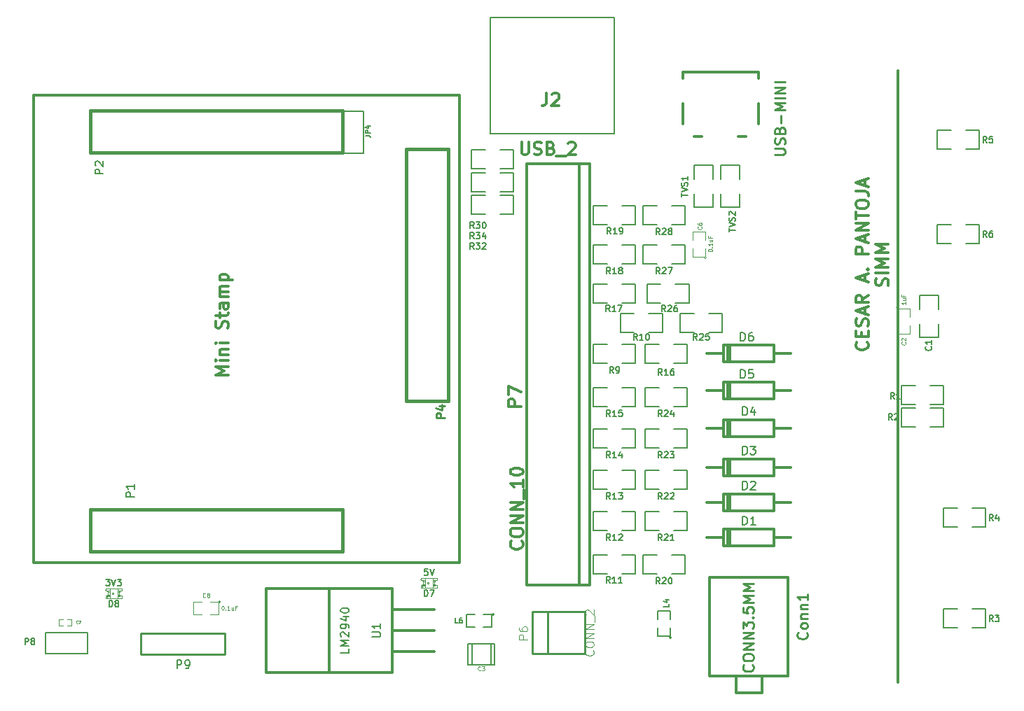
<source format=gto>
G04 (created by PCBNEW (2013-mar-13)-testing) date mié 28 ago 2013 12:36:51 COT*
%MOIN*%
G04 Gerber Fmt 3.4, Leading zero omitted, Abs format*
%FSLAX34Y34*%
G01*
G70*
G90*
G04 APERTURE LIST*
%ADD10C,0.005906*%
%ADD11C,0.012000*%
%ADD12C,0.005000*%
%ADD13C,0.015000*%
%ADD14C,0.006000*%
%ADD15C,0.012500*%
%ADD16C,0.002800*%
%ADD17C,0.003900*%
%ADD18C,0.010000*%
%ADD19C,0.002600*%
%ADD20C,0.004000*%
%ADD21C,0.002000*%
%ADD22C,0.007900*%
%ADD23C,0.005900*%
%ADD24C,0.008000*%
%ADD25C,0.004300*%
%ADD26C,0.003500*%
%ADD27C,0.004700*%
G04 APERTURE END LIST*
G54D10*
G54D11*
X79053Y-25634D02*
X79081Y-25663D01*
X79110Y-25749D01*
X79110Y-25806D01*
X79081Y-25891D01*
X79024Y-25949D01*
X78967Y-25977D01*
X78853Y-26006D01*
X78767Y-26006D01*
X78653Y-25977D01*
X78596Y-25949D01*
X78539Y-25891D01*
X78510Y-25806D01*
X78510Y-25749D01*
X78539Y-25663D01*
X78567Y-25634D01*
X78796Y-25377D02*
X78796Y-25177D01*
X79110Y-25091D02*
X79110Y-25377D01*
X78510Y-25377D01*
X78510Y-25091D01*
X79081Y-24863D02*
X79110Y-24777D01*
X79110Y-24634D01*
X79081Y-24577D01*
X79053Y-24549D01*
X78996Y-24520D01*
X78939Y-24520D01*
X78881Y-24549D01*
X78853Y-24577D01*
X78824Y-24634D01*
X78796Y-24749D01*
X78767Y-24806D01*
X78739Y-24834D01*
X78681Y-24863D01*
X78624Y-24863D01*
X78567Y-24834D01*
X78539Y-24806D01*
X78510Y-24749D01*
X78510Y-24606D01*
X78539Y-24520D01*
X78939Y-24291D02*
X78939Y-24006D01*
X79110Y-24349D02*
X78510Y-24149D01*
X79110Y-23949D01*
X79110Y-23406D02*
X78824Y-23606D01*
X79110Y-23749D02*
X78510Y-23749D01*
X78510Y-23520D01*
X78539Y-23463D01*
X78567Y-23434D01*
X78624Y-23406D01*
X78710Y-23406D01*
X78767Y-23434D01*
X78796Y-23463D01*
X78824Y-23520D01*
X78824Y-23749D01*
X78939Y-22720D02*
X78939Y-22434D01*
X79110Y-22777D02*
X78510Y-22577D01*
X79110Y-22377D01*
X79053Y-22177D02*
X79081Y-22148D01*
X79110Y-22177D01*
X79081Y-22206D01*
X79053Y-22177D01*
X79110Y-22177D01*
X79110Y-21434D02*
X78510Y-21434D01*
X78510Y-21206D01*
X78539Y-21149D01*
X78567Y-21120D01*
X78624Y-21091D01*
X78710Y-21091D01*
X78767Y-21120D01*
X78796Y-21149D01*
X78824Y-21206D01*
X78824Y-21434D01*
X78939Y-20863D02*
X78939Y-20577D01*
X79110Y-20920D02*
X78510Y-20720D01*
X79110Y-20520D01*
X79110Y-20320D02*
X78510Y-20320D01*
X79110Y-19977D01*
X78510Y-19977D01*
X78510Y-19777D02*
X78510Y-19434D01*
X79110Y-19606D02*
X78510Y-19606D01*
X78510Y-19120D02*
X78510Y-19006D01*
X78539Y-18949D01*
X78596Y-18891D01*
X78710Y-18863D01*
X78910Y-18863D01*
X79024Y-18891D01*
X79081Y-18949D01*
X79110Y-19006D01*
X79110Y-19120D01*
X79081Y-19177D01*
X79024Y-19234D01*
X78910Y-19263D01*
X78710Y-19263D01*
X78596Y-19234D01*
X78539Y-19177D01*
X78510Y-19120D01*
X78510Y-18434D02*
X78939Y-18434D01*
X79024Y-18463D01*
X79081Y-18520D01*
X79110Y-18606D01*
X79110Y-18663D01*
X78939Y-18177D02*
X78939Y-17891D01*
X79110Y-18234D02*
X78510Y-18034D01*
X79110Y-17834D01*
X80041Y-22948D02*
X80070Y-22863D01*
X80070Y-22720D01*
X80041Y-22663D01*
X80013Y-22634D01*
X79956Y-22606D01*
X79899Y-22606D01*
X79841Y-22634D01*
X79813Y-22663D01*
X79784Y-22720D01*
X79756Y-22834D01*
X79727Y-22891D01*
X79699Y-22920D01*
X79641Y-22948D01*
X79584Y-22948D01*
X79527Y-22920D01*
X79499Y-22891D01*
X79470Y-22834D01*
X79470Y-22691D01*
X79499Y-22606D01*
X80070Y-22348D02*
X79470Y-22348D01*
X80070Y-22063D02*
X79470Y-22063D01*
X79899Y-21863D01*
X79470Y-21663D01*
X80070Y-21663D01*
X80070Y-21377D02*
X79470Y-21377D01*
X79899Y-21177D01*
X79470Y-20977D01*
X80070Y-20977D01*
X48641Y-27200D02*
X48041Y-27200D01*
X48470Y-27000D01*
X48041Y-26800D01*
X48641Y-26800D01*
X48641Y-26514D02*
X48241Y-26514D01*
X48041Y-26514D02*
X48070Y-26543D01*
X48098Y-26514D01*
X48070Y-26486D01*
X48041Y-26514D01*
X48098Y-26514D01*
X48241Y-26229D02*
X48641Y-26229D01*
X48298Y-26229D02*
X48270Y-26200D01*
X48241Y-26143D01*
X48241Y-26057D01*
X48270Y-26000D01*
X48327Y-25972D01*
X48641Y-25972D01*
X48641Y-25686D02*
X48241Y-25686D01*
X48041Y-25686D02*
X48070Y-25714D01*
X48098Y-25686D01*
X48070Y-25657D01*
X48041Y-25686D01*
X48098Y-25686D01*
X48612Y-24972D02*
X48641Y-24886D01*
X48641Y-24743D01*
X48612Y-24686D01*
X48584Y-24657D01*
X48527Y-24629D01*
X48470Y-24629D01*
X48412Y-24657D01*
X48384Y-24686D01*
X48355Y-24743D01*
X48327Y-24857D01*
X48298Y-24914D01*
X48270Y-24943D01*
X48212Y-24972D01*
X48155Y-24972D01*
X48098Y-24943D01*
X48070Y-24914D01*
X48041Y-24857D01*
X48041Y-24714D01*
X48070Y-24629D01*
X48241Y-24457D02*
X48241Y-24229D01*
X48041Y-24372D02*
X48555Y-24372D01*
X48612Y-24343D01*
X48641Y-24286D01*
X48641Y-24229D01*
X48641Y-23772D02*
X48327Y-23772D01*
X48270Y-23800D01*
X48241Y-23857D01*
X48241Y-23972D01*
X48270Y-24029D01*
X48612Y-23772D02*
X48641Y-23829D01*
X48641Y-23972D01*
X48612Y-24029D01*
X48555Y-24057D01*
X48498Y-24057D01*
X48441Y-24029D01*
X48412Y-23972D01*
X48412Y-23829D01*
X48384Y-23772D01*
X48641Y-23486D02*
X48241Y-23486D01*
X48298Y-23486D02*
X48270Y-23457D01*
X48241Y-23400D01*
X48241Y-23314D01*
X48270Y-23257D01*
X48327Y-23229D01*
X48641Y-23229D01*
X48327Y-23229D02*
X48270Y-23200D01*
X48241Y-23143D01*
X48241Y-23057D01*
X48270Y-23000D01*
X48327Y-22972D01*
X48641Y-22972D01*
X48241Y-22686D02*
X48841Y-22686D01*
X48270Y-22686D02*
X48241Y-22629D01*
X48241Y-22514D01*
X48270Y-22457D01*
X48298Y-22429D01*
X48355Y-22400D01*
X48527Y-22400D01*
X48584Y-22429D01*
X48612Y-22457D01*
X48641Y-22514D01*
X48641Y-22629D01*
X48612Y-22686D01*
X59646Y-36122D02*
X39371Y-36122D01*
X59646Y-13878D02*
X59646Y-36122D01*
X39371Y-13878D02*
X59646Y-13878D01*
X39371Y-36122D02*
X39371Y-13878D01*
X80512Y-12697D02*
X80512Y-41831D01*
G54D12*
X66028Y-33704D02*
X66028Y-34604D01*
X66028Y-34604D02*
X66678Y-34604D01*
X67378Y-33704D02*
X68028Y-33704D01*
X68028Y-33704D02*
X68028Y-34604D01*
X68028Y-34604D02*
X67378Y-34604D01*
X66678Y-33704D02*
X66028Y-33704D01*
G54D13*
X42102Y-14594D02*
X42102Y-16594D01*
X42102Y-16594D02*
X54102Y-16594D01*
X54102Y-16594D02*
X54102Y-14594D01*
X54102Y-14594D02*
X42102Y-14594D01*
X42102Y-33594D02*
X42102Y-35594D01*
X42102Y-35594D02*
X54102Y-35594D01*
X54102Y-35594D02*
X54102Y-33594D01*
X54102Y-33594D02*
X42102Y-33594D01*
X57114Y-28444D02*
X59114Y-28444D01*
X59114Y-28444D02*
X59114Y-16444D01*
X59114Y-16444D02*
X57114Y-16444D01*
X57114Y-16444D02*
X57114Y-28444D01*
G54D14*
X55090Y-16625D02*
X54090Y-16625D01*
X54090Y-16625D02*
X54090Y-14625D01*
X54090Y-14625D02*
X55090Y-14625D01*
X55090Y-14625D02*
X55090Y-16625D01*
G54D12*
X61125Y-15706D02*
X61125Y-10156D01*
X67025Y-10156D02*
X67025Y-15706D01*
X61125Y-15706D02*
X67025Y-15706D01*
X61125Y-10156D02*
X67025Y-10156D01*
X72990Y-17209D02*
X72090Y-17209D01*
X72090Y-17209D02*
X72090Y-17859D01*
X72990Y-18559D02*
X72990Y-19209D01*
X72990Y-19209D02*
X72090Y-19209D01*
X72090Y-19209D02*
X72090Y-18559D01*
X72990Y-17859D02*
X72990Y-17209D01*
X71710Y-17209D02*
X70810Y-17209D01*
X70810Y-17209D02*
X70810Y-17859D01*
X71710Y-18559D02*
X71710Y-19209D01*
X71710Y-19209D02*
X70810Y-19209D01*
X70810Y-19209D02*
X70810Y-18559D01*
X71710Y-17859D02*
X71710Y-17209D01*
X82438Y-23410D02*
X81538Y-23410D01*
X81538Y-23410D02*
X81538Y-24060D01*
X82438Y-24760D02*
X82438Y-25410D01*
X82438Y-25410D02*
X81538Y-25410D01*
X81538Y-25410D02*
X81538Y-24760D01*
X82438Y-24060D02*
X82438Y-23410D01*
G54D15*
X74925Y-31595D02*
X75425Y-31595D01*
X71925Y-31595D02*
X71425Y-31595D01*
X71925Y-31595D02*
X72225Y-31595D01*
G54D11*
X72225Y-31595D02*
X72225Y-31995D01*
X72225Y-31995D02*
X74625Y-31995D01*
X74625Y-31995D02*
X74625Y-31595D01*
X74625Y-31595D02*
X74925Y-31595D01*
X74625Y-31595D02*
X74625Y-31195D01*
X74625Y-31195D02*
X72225Y-31195D01*
X72225Y-31195D02*
X72225Y-31595D01*
X72425Y-31995D02*
X72425Y-31195D01*
X72525Y-31195D02*
X72525Y-31995D01*
G54D15*
X74925Y-33268D02*
X75425Y-33268D01*
X71925Y-33268D02*
X71425Y-33268D01*
X71925Y-33268D02*
X72225Y-33268D01*
G54D11*
X72225Y-33268D02*
X72225Y-33668D01*
X72225Y-33668D02*
X74625Y-33668D01*
X74625Y-33668D02*
X74625Y-33268D01*
X74625Y-33268D02*
X74925Y-33268D01*
X74625Y-33268D02*
X74625Y-32868D01*
X74625Y-32868D02*
X72225Y-32868D01*
X72225Y-32868D02*
X72225Y-33268D01*
X72425Y-33668D02*
X72425Y-32868D01*
X72525Y-32868D02*
X72525Y-33668D01*
G54D15*
X74925Y-34941D02*
X75425Y-34941D01*
X71925Y-34941D02*
X71425Y-34941D01*
X71925Y-34941D02*
X72225Y-34941D01*
G54D11*
X72225Y-34941D02*
X72225Y-35341D01*
X72225Y-35341D02*
X74625Y-35341D01*
X74625Y-35341D02*
X74625Y-34941D01*
X74625Y-34941D02*
X74925Y-34941D01*
X74625Y-34941D02*
X74625Y-34541D01*
X74625Y-34541D02*
X72225Y-34541D01*
X72225Y-34541D02*
X72225Y-34941D01*
X72425Y-35341D02*
X72425Y-34541D01*
X72525Y-34541D02*
X72525Y-35341D01*
G54D15*
X74925Y-29725D02*
X75425Y-29725D01*
X71925Y-29725D02*
X71425Y-29725D01*
X71925Y-29725D02*
X72225Y-29725D01*
G54D11*
X72225Y-29725D02*
X72225Y-30125D01*
X72225Y-30125D02*
X74625Y-30125D01*
X74625Y-30125D02*
X74625Y-29725D01*
X74625Y-29725D02*
X74925Y-29725D01*
X74625Y-29725D02*
X74625Y-29325D01*
X74625Y-29325D02*
X72225Y-29325D01*
X72225Y-29325D02*
X72225Y-29725D01*
X72425Y-30125D02*
X72425Y-29325D01*
X72525Y-29325D02*
X72525Y-30125D01*
G54D15*
X74925Y-26181D02*
X75425Y-26181D01*
X71925Y-26181D02*
X71425Y-26181D01*
X71925Y-26181D02*
X72225Y-26181D01*
G54D11*
X72225Y-26181D02*
X72225Y-26581D01*
X72225Y-26581D02*
X74625Y-26581D01*
X74625Y-26581D02*
X74625Y-26181D01*
X74625Y-26181D02*
X74925Y-26181D01*
X74625Y-26181D02*
X74625Y-25781D01*
X74625Y-25781D02*
X72225Y-25781D01*
X72225Y-25781D02*
X72225Y-26181D01*
X72425Y-26581D02*
X72425Y-25781D01*
X72525Y-25781D02*
X72525Y-26581D01*
G54D15*
X74925Y-27953D02*
X75425Y-27953D01*
X71925Y-27953D02*
X71425Y-27953D01*
X71925Y-27953D02*
X72225Y-27953D01*
G54D11*
X72225Y-27953D02*
X72225Y-28353D01*
X72225Y-28353D02*
X74625Y-28353D01*
X74625Y-28353D02*
X74625Y-27953D01*
X74625Y-27953D02*
X74925Y-27953D01*
X74625Y-27953D02*
X74625Y-27553D01*
X74625Y-27553D02*
X72225Y-27553D01*
X72225Y-27553D02*
X72225Y-27953D01*
X72425Y-28353D02*
X72425Y-27553D01*
X72525Y-27553D02*
X72525Y-28353D01*
X58465Y-40370D02*
X56465Y-40370D01*
X58465Y-39370D02*
X56465Y-39370D01*
X58465Y-38370D02*
X56465Y-38370D01*
X56465Y-37370D02*
X50465Y-37370D01*
X50465Y-37370D02*
X50465Y-41370D01*
X50465Y-41370D02*
X56465Y-41370D01*
X56465Y-41370D02*
X56465Y-37370D01*
X53465Y-37870D02*
X53465Y-41370D01*
X53465Y-37870D02*
X53465Y-37370D01*
X65370Y-25201D02*
X65370Y-17151D01*
X62870Y-25201D02*
X62870Y-17151D01*
X62870Y-17151D02*
X65870Y-17151D01*
X65870Y-17151D02*
X65870Y-25201D01*
X62870Y-37201D02*
X65870Y-37201D01*
X65370Y-37201D02*
X65370Y-25201D01*
X62870Y-37201D02*
X62870Y-25201D01*
X65870Y-37201D02*
X65870Y-25201D01*
G54D12*
X66028Y-25731D02*
X66028Y-26631D01*
X66028Y-26631D02*
X66678Y-26631D01*
X67378Y-25731D02*
X68028Y-25731D01*
X68028Y-25731D02*
X68028Y-26631D01*
X68028Y-26631D02*
X67378Y-26631D01*
X66678Y-25731D02*
X66028Y-25731D01*
X67307Y-24255D02*
X67307Y-25155D01*
X67307Y-25155D02*
X67957Y-25155D01*
X68657Y-24255D02*
X69307Y-24255D01*
X69307Y-24255D02*
X69307Y-25155D01*
X69307Y-25155D02*
X68657Y-25155D01*
X67957Y-24255D02*
X67307Y-24255D01*
X66028Y-31735D02*
X66028Y-32635D01*
X66028Y-32635D02*
X66678Y-32635D01*
X67378Y-31735D02*
X68028Y-31735D01*
X68028Y-31735D02*
X68028Y-32635D01*
X68028Y-32635D02*
X67378Y-32635D01*
X66678Y-31735D02*
X66028Y-31735D01*
X66028Y-29767D02*
X66028Y-30667D01*
X66028Y-30667D02*
X66678Y-30667D01*
X67378Y-29767D02*
X68028Y-29767D01*
X68028Y-29767D02*
X68028Y-30667D01*
X68028Y-30667D02*
X67378Y-30667D01*
X66678Y-29767D02*
X66028Y-29767D01*
X66028Y-27798D02*
X66028Y-28698D01*
X66028Y-28698D02*
X66678Y-28698D01*
X67378Y-27798D02*
X68028Y-27798D01*
X68028Y-27798D02*
X68028Y-28698D01*
X68028Y-28698D02*
X67378Y-28698D01*
X66678Y-27798D02*
X66028Y-27798D01*
X68488Y-25731D02*
X68488Y-26631D01*
X68488Y-26631D02*
X69138Y-26631D01*
X69838Y-25731D02*
X70488Y-25731D01*
X70488Y-25731D02*
X70488Y-26631D01*
X70488Y-26631D02*
X69838Y-26631D01*
X69138Y-25731D02*
X68488Y-25731D01*
X66028Y-22877D02*
X66028Y-23777D01*
X66028Y-23777D02*
X66678Y-23777D01*
X67378Y-22877D02*
X68028Y-22877D01*
X68028Y-22877D02*
X68028Y-23777D01*
X68028Y-23777D02*
X67378Y-23777D01*
X66678Y-22877D02*
X66028Y-22877D01*
X66028Y-21007D02*
X66028Y-21907D01*
X66028Y-21907D02*
X66678Y-21907D01*
X67378Y-21007D02*
X68028Y-21007D01*
X68028Y-21007D02*
X68028Y-21907D01*
X68028Y-21907D02*
X67378Y-21907D01*
X66678Y-21007D02*
X66028Y-21007D01*
X66028Y-19137D02*
X66028Y-20037D01*
X66028Y-20037D02*
X66678Y-20037D01*
X67378Y-19137D02*
X68028Y-19137D01*
X68028Y-19137D02*
X68028Y-20037D01*
X68028Y-20037D02*
X67378Y-20037D01*
X66678Y-19137D02*
X66028Y-19137D01*
X68390Y-35771D02*
X68390Y-36671D01*
X68390Y-36671D02*
X69040Y-36671D01*
X69740Y-35771D02*
X70390Y-35771D01*
X70390Y-35771D02*
X70390Y-36671D01*
X70390Y-36671D02*
X69740Y-36671D01*
X69040Y-35771D02*
X68390Y-35771D01*
X68488Y-33704D02*
X68488Y-34604D01*
X68488Y-34604D02*
X69138Y-34604D01*
X69838Y-33704D02*
X70488Y-33704D01*
X70488Y-33704D02*
X70488Y-34604D01*
X70488Y-34604D02*
X69838Y-34604D01*
X69138Y-33704D02*
X68488Y-33704D01*
X68488Y-31735D02*
X68488Y-32635D01*
X68488Y-32635D02*
X69138Y-32635D01*
X69838Y-31735D02*
X70488Y-31735D01*
X70488Y-31735D02*
X70488Y-32635D01*
X70488Y-32635D02*
X69838Y-32635D01*
X69138Y-31735D02*
X68488Y-31735D01*
X68488Y-29767D02*
X68488Y-30667D01*
X68488Y-30667D02*
X69138Y-30667D01*
X69838Y-29767D02*
X70488Y-29767D01*
X70488Y-29767D02*
X70488Y-30667D01*
X70488Y-30667D02*
X69838Y-30667D01*
X69138Y-29767D02*
X68488Y-29767D01*
X68488Y-27798D02*
X68488Y-28698D01*
X68488Y-28698D02*
X69138Y-28698D01*
X69838Y-27798D02*
X70488Y-27798D01*
X70488Y-27798D02*
X70488Y-28698D01*
X70488Y-28698D02*
X69838Y-28698D01*
X69138Y-27798D02*
X68488Y-27798D01*
X72162Y-25155D02*
X72162Y-24255D01*
X72162Y-24255D02*
X71512Y-24255D01*
X70812Y-25155D02*
X70162Y-25155D01*
X70162Y-25155D02*
X70162Y-24255D01*
X70162Y-24255D02*
X70812Y-24255D01*
X71512Y-25155D02*
X72162Y-25155D01*
X70587Y-23777D02*
X70587Y-22877D01*
X70587Y-22877D02*
X69937Y-22877D01*
X69237Y-23777D02*
X68587Y-23777D01*
X68587Y-23777D02*
X68587Y-22877D01*
X68587Y-22877D02*
X69237Y-22877D01*
X69937Y-23777D02*
X70587Y-23777D01*
X70390Y-21907D02*
X70390Y-21007D01*
X70390Y-21007D02*
X69740Y-21007D01*
X69040Y-21907D02*
X68390Y-21907D01*
X68390Y-21907D02*
X68390Y-21007D01*
X68390Y-21007D02*
X69040Y-21007D01*
X69740Y-21907D02*
X70390Y-21907D01*
X70390Y-20037D02*
X70390Y-19137D01*
X70390Y-19137D02*
X69740Y-19137D01*
X69040Y-20037D02*
X68390Y-20037D01*
X68390Y-20037D02*
X68390Y-19137D01*
X68390Y-19137D02*
X69040Y-19137D01*
X69740Y-20037D02*
X70390Y-20037D01*
X62221Y-17379D02*
X62221Y-16479D01*
X62221Y-16479D02*
X61571Y-16479D01*
X60871Y-17379D02*
X60221Y-17379D01*
X60221Y-17379D02*
X60221Y-16479D01*
X60221Y-16479D02*
X60871Y-16479D01*
X61571Y-17379D02*
X62221Y-17379D01*
X62221Y-18462D02*
X62221Y-17562D01*
X62221Y-17562D02*
X61571Y-17562D01*
X60871Y-18462D02*
X60221Y-18462D01*
X60221Y-18462D02*
X60221Y-17562D01*
X60221Y-17562D02*
X60871Y-17562D01*
X61571Y-18462D02*
X62221Y-18462D01*
X62221Y-19545D02*
X62221Y-18645D01*
X62221Y-18645D02*
X61571Y-18645D01*
X60871Y-19545D02*
X60221Y-19545D01*
X60221Y-19545D02*
X60221Y-18645D01*
X60221Y-18645D02*
X60871Y-18645D01*
X61571Y-19545D02*
X62221Y-19545D01*
X69750Y-39700D02*
G75*
G03X69750Y-39700I-50J0D01*
G74*
G01*
X69700Y-39250D02*
X69700Y-39650D01*
X69700Y-39650D02*
X69100Y-39650D01*
X69100Y-39650D02*
X69100Y-39250D01*
X69100Y-38850D02*
X69100Y-38450D01*
X69100Y-38450D02*
X69700Y-38450D01*
X69700Y-38450D02*
X69700Y-38850D01*
X61300Y-38600D02*
G75*
G03X61300Y-38600I-50J0D01*
G74*
G01*
X60800Y-38600D02*
X61200Y-38600D01*
X61200Y-38600D02*
X61200Y-39200D01*
X61200Y-39200D02*
X60800Y-39200D01*
X60400Y-39200D02*
X60000Y-39200D01*
X60000Y-39200D02*
X60000Y-38600D01*
X60000Y-38600D02*
X60400Y-38600D01*
G54D16*
X40800Y-38850D02*
X40600Y-38850D01*
X40600Y-38850D02*
X40600Y-39150D01*
X40600Y-39150D02*
X40800Y-39150D01*
X41000Y-38850D02*
X41200Y-38850D01*
X41200Y-38850D02*
X41200Y-39150D01*
X41200Y-39150D02*
X41000Y-39150D01*
G54D17*
X80541Y-23999D02*
G75*
G03X80541Y-23999I-50J0D01*
G74*
G01*
X80491Y-24449D02*
X80491Y-24049D01*
X80491Y-24049D02*
X81091Y-24049D01*
X81091Y-24049D02*
X81091Y-24449D01*
X81091Y-24849D02*
X81091Y-25249D01*
X81091Y-25249D02*
X80491Y-25249D01*
X80491Y-25249D02*
X80491Y-24849D01*
G54D12*
X66028Y-35771D02*
X66028Y-36671D01*
X66028Y-36671D02*
X66678Y-36671D01*
X67378Y-35771D02*
X68028Y-35771D01*
X68028Y-35771D02*
X68028Y-36671D01*
X68028Y-36671D02*
X67378Y-36671D01*
X66678Y-35771D02*
X66028Y-35771D01*
G54D18*
X44500Y-39500D02*
X48500Y-39500D01*
X44500Y-40500D02*
X48500Y-40500D01*
X48500Y-40500D02*
X48500Y-39500D01*
X44500Y-39500D02*
X44500Y-40500D01*
G54D17*
X71413Y-21615D02*
G75*
G03X71413Y-21615I-50J0D01*
G74*
G01*
X71363Y-21165D02*
X71363Y-21565D01*
X71363Y-21565D02*
X70763Y-21565D01*
X70763Y-21565D02*
X70763Y-21165D01*
X70763Y-20765D02*
X70763Y-20365D01*
X70763Y-20365D02*
X71363Y-20365D01*
X71363Y-20365D02*
X71363Y-20765D01*
X48300Y-38000D02*
G75*
G03X48300Y-38000I-50J0D01*
G74*
G01*
X47800Y-38000D02*
X48200Y-38000D01*
X48200Y-38000D02*
X48200Y-38600D01*
X48200Y-38600D02*
X47800Y-38600D01*
X47400Y-38600D02*
X47000Y-38600D01*
X47000Y-38600D02*
X47000Y-38000D01*
X47000Y-38000D02*
X47400Y-38000D01*
G54D11*
X70275Y-14280D02*
X70275Y-15230D01*
X71175Y-15830D02*
X70875Y-15830D01*
X70875Y-15830D02*
X70825Y-15830D01*
X73275Y-15830D02*
X72925Y-15830D01*
X73875Y-14280D02*
X73875Y-15230D01*
X70275Y-13030D02*
X70275Y-13080D01*
X70275Y-12780D02*
X70275Y-13030D01*
X70275Y-12780D02*
X73875Y-12780D01*
X73875Y-12780D02*
X73875Y-13080D01*
G54D14*
X39945Y-40461D02*
X39945Y-39461D01*
X39945Y-39461D02*
X41945Y-39461D01*
X41945Y-39461D02*
X41945Y-40461D01*
X41945Y-40461D02*
X39945Y-40461D01*
G54D18*
X63870Y-38469D02*
X63870Y-40469D01*
X65620Y-38469D02*
X65620Y-40469D01*
X63120Y-40469D02*
X63120Y-38469D01*
X63120Y-40469D02*
X65620Y-40469D01*
X63120Y-38469D02*
X65620Y-38469D01*
G54D12*
X61330Y-40990D02*
X61330Y-40010D01*
X60070Y-40010D02*
X60070Y-40990D01*
X60250Y-40990D02*
X60250Y-40010D01*
X61150Y-40010D02*
X61150Y-40990D01*
X61330Y-40010D02*
X60070Y-40010D01*
X60070Y-40990D02*
X61330Y-40990D01*
G54D19*
X58004Y-36982D02*
X58004Y-36854D01*
X58004Y-36854D02*
X57807Y-36854D01*
X57807Y-36982D02*
X57807Y-36854D01*
X58004Y-36982D02*
X57807Y-36982D01*
X58004Y-37227D02*
X58004Y-37168D01*
X58004Y-37168D02*
X57905Y-37168D01*
X57905Y-37227D02*
X57905Y-37168D01*
X58004Y-37227D02*
X57905Y-37227D01*
X58004Y-37032D02*
X58004Y-36973D01*
X58004Y-36973D02*
X57905Y-36973D01*
X57905Y-37032D02*
X57905Y-36973D01*
X58004Y-37032D02*
X57905Y-37032D01*
X58004Y-37178D02*
X58004Y-37022D01*
X58004Y-37022D02*
X57935Y-37022D01*
X57935Y-37178D02*
X57935Y-37022D01*
X58004Y-37178D02*
X57935Y-37178D01*
X58593Y-36982D02*
X58593Y-36854D01*
X58593Y-36854D02*
X58396Y-36854D01*
X58396Y-36982D02*
X58396Y-36854D01*
X58593Y-36982D02*
X58396Y-36982D01*
X58593Y-37346D02*
X58593Y-37218D01*
X58593Y-37218D02*
X58396Y-37218D01*
X58396Y-37346D02*
X58396Y-37218D01*
X58593Y-37346D02*
X58396Y-37346D01*
X58495Y-37032D02*
X58495Y-36973D01*
X58495Y-36973D02*
X58396Y-36973D01*
X58396Y-37032D02*
X58396Y-36973D01*
X58495Y-37032D02*
X58396Y-37032D01*
X58495Y-37227D02*
X58495Y-37168D01*
X58495Y-37168D02*
X58396Y-37168D01*
X58396Y-37227D02*
X58396Y-37168D01*
X58495Y-37227D02*
X58396Y-37227D01*
X58465Y-37178D02*
X58465Y-37022D01*
X58465Y-37022D02*
X58396Y-37022D01*
X58396Y-37178D02*
X58396Y-37022D01*
X58465Y-37178D02*
X58396Y-37178D01*
X58200Y-37139D02*
X58200Y-37061D01*
X58200Y-37061D02*
X58122Y-37061D01*
X58122Y-37139D02*
X58122Y-37061D01*
X58200Y-37139D02*
X58122Y-37139D01*
X58004Y-37336D02*
X58004Y-37218D01*
X58004Y-37218D02*
X57886Y-37218D01*
X57886Y-37336D02*
X57886Y-37218D01*
X58004Y-37336D02*
X57886Y-37336D01*
X57836Y-37346D02*
X57836Y-37257D01*
X57836Y-37257D02*
X57807Y-37257D01*
X57807Y-37346D02*
X57807Y-37257D01*
X57836Y-37346D02*
X57807Y-37346D01*
G54D20*
X57994Y-36874D02*
X58406Y-36874D01*
X58396Y-37326D02*
X57836Y-37326D01*
G54D21*
X57894Y-37277D02*
G75*
G03X57894Y-37277I-28J0D01*
G74*
G01*
G54D20*
X57807Y-37237D02*
G75*
G03X57807Y-36963I0J137D01*
G74*
G01*
X58593Y-36963D02*
G75*
G03X58593Y-37237I0J-137D01*
G74*
G01*
G54D19*
X43004Y-37482D02*
X43004Y-37354D01*
X43004Y-37354D02*
X42807Y-37354D01*
X42807Y-37482D02*
X42807Y-37354D01*
X43004Y-37482D02*
X42807Y-37482D01*
X43004Y-37727D02*
X43004Y-37668D01*
X43004Y-37668D02*
X42905Y-37668D01*
X42905Y-37727D02*
X42905Y-37668D01*
X43004Y-37727D02*
X42905Y-37727D01*
X43004Y-37532D02*
X43004Y-37473D01*
X43004Y-37473D02*
X42905Y-37473D01*
X42905Y-37532D02*
X42905Y-37473D01*
X43004Y-37532D02*
X42905Y-37532D01*
X43004Y-37678D02*
X43004Y-37522D01*
X43004Y-37522D02*
X42935Y-37522D01*
X42935Y-37678D02*
X42935Y-37522D01*
X43004Y-37678D02*
X42935Y-37678D01*
X43593Y-37482D02*
X43593Y-37354D01*
X43593Y-37354D02*
X43396Y-37354D01*
X43396Y-37482D02*
X43396Y-37354D01*
X43593Y-37482D02*
X43396Y-37482D01*
X43593Y-37846D02*
X43593Y-37718D01*
X43593Y-37718D02*
X43396Y-37718D01*
X43396Y-37846D02*
X43396Y-37718D01*
X43593Y-37846D02*
X43396Y-37846D01*
X43495Y-37532D02*
X43495Y-37473D01*
X43495Y-37473D02*
X43396Y-37473D01*
X43396Y-37532D02*
X43396Y-37473D01*
X43495Y-37532D02*
X43396Y-37532D01*
X43495Y-37727D02*
X43495Y-37668D01*
X43495Y-37668D02*
X43396Y-37668D01*
X43396Y-37727D02*
X43396Y-37668D01*
X43495Y-37727D02*
X43396Y-37727D01*
X43465Y-37678D02*
X43465Y-37522D01*
X43465Y-37522D02*
X43396Y-37522D01*
X43396Y-37678D02*
X43396Y-37522D01*
X43465Y-37678D02*
X43396Y-37678D01*
X43200Y-37639D02*
X43200Y-37561D01*
X43200Y-37561D02*
X43122Y-37561D01*
X43122Y-37639D02*
X43122Y-37561D01*
X43200Y-37639D02*
X43122Y-37639D01*
X43004Y-37836D02*
X43004Y-37718D01*
X43004Y-37718D02*
X42886Y-37718D01*
X42886Y-37836D02*
X42886Y-37718D01*
X43004Y-37836D02*
X42886Y-37836D01*
X42836Y-37846D02*
X42836Y-37757D01*
X42836Y-37757D02*
X42807Y-37757D01*
X42807Y-37846D02*
X42807Y-37757D01*
X42836Y-37846D02*
X42807Y-37846D01*
G54D20*
X42994Y-37374D02*
X43406Y-37374D01*
X43396Y-37826D02*
X42836Y-37826D01*
G54D21*
X42894Y-37777D02*
G75*
G03X42894Y-37777I-28J0D01*
G74*
G01*
G54D20*
X42807Y-37737D02*
G75*
G03X42807Y-37463I0J137D01*
G74*
G01*
X43593Y-37463D02*
G75*
G03X43593Y-37737I0J-137D01*
G74*
G01*
G54D12*
X80693Y-27700D02*
X80693Y-28600D01*
X80693Y-28600D02*
X81343Y-28600D01*
X82043Y-27700D02*
X82693Y-27700D01*
X82693Y-27700D02*
X82693Y-28600D01*
X82693Y-28600D02*
X82043Y-28600D01*
X81343Y-27700D02*
X80693Y-27700D01*
X80693Y-28783D02*
X80693Y-29683D01*
X80693Y-29683D02*
X81343Y-29683D01*
X82043Y-28783D02*
X82693Y-28783D01*
X82693Y-28783D02*
X82693Y-29683D01*
X82693Y-29683D02*
X82043Y-29683D01*
X81343Y-28783D02*
X80693Y-28783D01*
X82700Y-38350D02*
X82700Y-39250D01*
X82700Y-39250D02*
X83350Y-39250D01*
X84050Y-38350D02*
X84700Y-38350D01*
X84700Y-38350D02*
X84700Y-39250D01*
X84700Y-39250D02*
X84050Y-39250D01*
X83350Y-38350D02*
X82700Y-38350D01*
X82700Y-33550D02*
X82700Y-34450D01*
X82700Y-34450D02*
X83350Y-34450D01*
X84050Y-33550D02*
X84700Y-33550D01*
X84700Y-33550D02*
X84700Y-34450D01*
X84700Y-34450D02*
X84050Y-34450D01*
X83350Y-33550D02*
X82700Y-33550D01*
X82400Y-15550D02*
X82400Y-16450D01*
X82400Y-16450D02*
X83050Y-16450D01*
X83750Y-15550D02*
X84400Y-15550D01*
X84400Y-15550D02*
X84400Y-16450D01*
X84400Y-16450D02*
X83750Y-16450D01*
X83050Y-15550D02*
X82400Y-15550D01*
X82400Y-20050D02*
X82400Y-20950D01*
X82400Y-20950D02*
X83050Y-20950D01*
X83750Y-20050D02*
X84400Y-20050D01*
X84400Y-20050D02*
X84400Y-20950D01*
X84400Y-20950D02*
X83750Y-20950D01*
X83050Y-20050D02*
X82400Y-20050D01*
G54D11*
X72807Y-42337D02*
X72807Y-41550D01*
X74055Y-42337D02*
X72807Y-42337D01*
X74055Y-41550D02*
X74055Y-42337D01*
X71559Y-36825D02*
X75300Y-36825D01*
X71559Y-41550D02*
X71559Y-36825D01*
X75300Y-41550D02*
X75300Y-36825D01*
X75300Y-41550D02*
X71559Y-41550D01*
G54D12*
X66835Y-35076D02*
X66735Y-34933D01*
X66663Y-35076D02*
X66663Y-34776D01*
X66778Y-34776D01*
X66806Y-34791D01*
X66820Y-34805D01*
X66835Y-34833D01*
X66835Y-34876D01*
X66820Y-34905D01*
X66806Y-34919D01*
X66778Y-34933D01*
X66663Y-34933D01*
X67120Y-35076D02*
X66949Y-35076D01*
X67035Y-35076D02*
X67035Y-34776D01*
X67006Y-34819D01*
X66978Y-34848D01*
X66949Y-34862D01*
X67235Y-34805D02*
X67249Y-34791D01*
X67278Y-34776D01*
X67349Y-34776D01*
X67378Y-34791D01*
X67392Y-34805D01*
X67406Y-34833D01*
X67406Y-34862D01*
X67392Y-34905D01*
X67220Y-35076D01*
X67406Y-35076D01*
G54D22*
X42698Y-17613D02*
X42304Y-17613D01*
X42304Y-17463D01*
X42323Y-17426D01*
X42341Y-17407D01*
X42379Y-17388D01*
X42435Y-17388D01*
X42473Y-17407D01*
X42491Y-17426D01*
X42510Y-17463D01*
X42510Y-17613D01*
X42341Y-17238D02*
X42323Y-17219D01*
X42304Y-17182D01*
X42304Y-17088D01*
X42323Y-17050D01*
X42341Y-17032D01*
X42379Y-17013D01*
X42416Y-17013D01*
X42473Y-17032D01*
X42698Y-17257D01*
X42698Y-17013D01*
X44172Y-33003D02*
X43772Y-33003D01*
X43772Y-32850D01*
X43792Y-32812D01*
X43811Y-32793D01*
X43849Y-32774D01*
X43906Y-32774D01*
X43944Y-32793D01*
X43963Y-32812D01*
X43982Y-32850D01*
X43982Y-33003D01*
X44172Y-32393D02*
X44172Y-32622D01*
X44172Y-32507D02*
X43772Y-32507D01*
X43830Y-32546D01*
X43868Y-32584D01*
X43887Y-32622D01*
G54D18*
X58947Y-29239D02*
X58547Y-29239D01*
X58547Y-29086D01*
X58567Y-29048D01*
X58586Y-29029D01*
X58624Y-29010D01*
X58681Y-29010D01*
X58719Y-29029D01*
X58738Y-29048D01*
X58757Y-29086D01*
X58757Y-29239D01*
X58681Y-28667D02*
X58947Y-28667D01*
X58528Y-28763D02*
X58814Y-28858D01*
X58814Y-28610D01*
G54D23*
X55173Y-15790D02*
X55342Y-15790D01*
X55376Y-15801D01*
X55398Y-15824D01*
X55409Y-15858D01*
X55409Y-15880D01*
X55409Y-15678D02*
X55173Y-15678D01*
X55173Y-15588D01*
X55185Y-15565D01*
X55196Y-15554D01*
X55218Y-15543D01*
X55252Y-15543D01*
X55274Y-15554D01*
X55286Y-15565D01*
X55297Y-15588D01*
X55297Y-15678D01*
X55252Y-15341D02*
X55409Y-15341D01*
X55162Y-15397D02*
X55331Y-15453D01*
X55331Y-15307D01*
G54D11*
X63800Y-13771D02*
X63800Y-14200D01*
X63771Y-14285D01*
X63714Y-14342D01*
X63628Y-14371D01*
X63571Y-14371D01*
X64057Y-13828D02*
X64085Y-13800D01*
X64142Y-13771D01*
X64285Y-13771D01*
X64342Y-13800D01*
X64371Y-13828D01*
X64400Y-13885D01*
X64400Y-13942D01*
X64371Y-14028D01*
X64028Y-14371D01*
X64400Y-14371D01*
X62606Y-16108D02*
X62606Y-16594D01*
X62635Y-16651D01*
X62663Y-16679D01*
X62720Y-16708D01*
X62835Y-16708D01*
X62892Y-16679D01*
X62920Y-16651D01*
X62949Y-16594D01*
X62949Y-16108D01*
X63206Y-16679D02*
X63292Y-16708D01*
X63435Y-16708D01*
X63492Y-16679D01*
X63520Y-16651D01*
X63549Y-16594D01*
X63549Y-16537D01*
X63520Y-16479D01*
X63492Y-16451D01*
X63435Y-16422D01*
X63320Y-16394D01*
X63263Y-16365D01*
X63235Y-16337D01*
X63206Y-16279D01*
X63206Y-16222D01*
X63235Y-16165D01*
X63263Y-16137D01*
X63320Y-16108D01*
X63463Y-16108D01*
X63549Y-16137D01*
X64006Y-16394D02*
X64092Y-16422D01*
X64120Y-16451D01*
X64149Y-16508D01*
X64149Y-16594D01*
X64120Y-16651D01*
X64092Y-16679D01*
X64035Y-16708D01*
X63806Y-16708D01*
X63806Y-16108D01*
X64006Y-16108D01*
X64063Y-16137D01*
X64092Y-16165D01*
X64120Y-16222D01*
X64120Y-16279D01*
X64092Y-16337D01*
X64063Y-16365D01*
X64006Y-16394D01*
X63806Y-16394D01*
X64263Y-16765D02*
X64720Y-16765D01*
X64835Y-16165D02*
X64863Y-16137D01*
X64920Y-16108D01*
X65063Y-16108D01*
X65120Y-16137D01*
X65149Y-16165D01*
X65178Y-16222D01*
X65178Y-16279D01*
X65149Y-16365D01*
X64806Y-16708D01*
X65178Y-16708D01*
G54D12*
X72474Y-20382D02*
X72474Y-20210D01*
X72774Y-20296D02*
X72474Y-20296D01*
X72474Y-20153D02*
X72774Y-20053D01*
X72474Y-19953D01*
X72760Y-19867D02*
X72774Y-19824D01*
X72774Y-19753D01*
X72760Y-19724D01*
X72746Y-19710D01*
X72717Y-19696D01*
X72689Y-19696D01*
X72660Y-19710D01*
X72646Y-19724D01*
X72631Y-19753D01*
X72617Y-19810D01*
X72603Y-19839D01*
X72589Y-19853D01*
X72560Y-19867D01*
X72531Y-19867D01*
X72503Y-19853D01*
X72489Y-19839D01*
X72474Y-19810D01*
X72474Y-19739D01*
X72489Y-19696D01*
X72503Y-19582D02*
X72489Y-19567D01*
X72474Y-19539D01*
X72474Y-19467D01*
X72489Y-19439D01*
X72503Y-19424D01*
X72531Y-19410D01*
X72560Y-19410D01*
X72603Y-19424D01*
X72774Y-19596D01*
X72774Y-19410D01*
X70209Y-18709D02*
X70209Y-18537D01*
X70509Y-18623D02*
X70209Y-18623D01*
X70209Y-18480D02*
X70509Y-18380D01*
X70209Y-18280D01*
X70495Y-18194D02*
X70509Y-18151D01*
X70509Y-18080D01*
X70495Y-18051D01*
X70481Y-18037D01*
X70452Y-18023D01*
X70424Y-18023D01*
X70395Y-18037D01*
X70381Y-18051D01*
X70366Y-18080D01*
X70352Y-18137D01*
X70338Y-18166D01*
X70324Y-18180D01*
X70295Y-18194D01*
X70266Y-18194D01*
X70238Y-18180D01*
X70224Y-18166D01*
X70209Y-18137D01*
X70209Y-18066D01*
X70224Y-18023D01*
X70509Y-17737D02*
X70509Y-17909D01*
X70509Y-17823D02*
X70209Y-17823D01*
X70252Y-17851D01*
X70281Y-17880D01*
X70295Y-17909D01*
X82095Y-25838D02*
X82109Y-25852D01*
X82123Y-25895D01*
X82123Y-25923D01*
X82109Y-25966D01*
X82080Y-25995D01*
X82052Y-26009D01*
X81995Y-26023D01*
X81952Y-26023D01*
X81895Y-26009D01*
X81866Y-25995D01*
X81838Y-25966D01*
X81823Y-25923D01*
X81823Y-25895D01*
X81838Y-25852D01*
X81852Y-25838D01*
X82123Y-25552D02*
X82123Y-25723D01*
X82123Y-25638D02*
X81823Y-25638D01*
X81866Y-25666D01*
X81895Y-25695D01*
X81909Y-25723D01*
G54D24*
X73129Y-30988D02*
X73129Y-30588D01*
X73225Y-30588D01*
X73282Y-30608D01*
X73320Y-30646D01*
X73339Y-30684D01*
X73358Y-30760D01*
X73358Y-30817D01*
X73339Y-30893D01*
X73320Y-30931D01*
X73282Y-30969D01*
X73225Y-30988D01*
X73129Y-30988D01*
X73491Y-30588D02*
X73739Y-30588D01*
X73605Y-30741D01*
X73663Y-30741D01*
X73701Y-30760D01*
X73720Y-30779D01*
X73739Y-30817D01*
X73739Y-30912D01*
X73720Y-30950D01*
X73701Y-30969D01*
X73663Y-30988D01*
X73548Y-30988D01*
X73510Y-30969D01*
X73491Y-30950D01*
X73129Y-32660D02*
X73129Y-32260D01*
X73225Y-32260D01*
X73282Y-32280D01*
X73320Y-32318D01*
X73339Y-32356D01*
X73358Y-32432D01*
X73358Y-32489D01*
X73339Y-32565D01*
X73320Y-32603D01*
X73282Y-32641D01*
X73225Y-32660D01*
X73129Y-32660D01*
X73510Y-32299D02*
X73529Y-32280D01*
X73567Y-32260D01*
X73663Y-32260D01*
X73701Y-32280D01*
X73720Y-32299D01*
X73739Y-32337D01*
X73739Y-32375D01*
X73720Y-32432D01*
X73491Y-32660D01*
X73739Y-32660D01*
X73129Y-34334D02*
X73129Y-33934D01*
X73225Y-33934D01*
X73282Y-33954D01*
X73320Y-33992D01*
X73339Y-34030D01*
X73358Y-34106D01*
X73358Y-34163D01*
X73339Y-34239D01*
X73320Y-34277D01*
X73282Y-34315D01*
X73225Y-34334D01*
X73129Y-34334D01*
X73739Y-34334D02*
X73510Y-34334D01*
X73625Y-34334D02*
X73625Y-33934D01*
X73586Y-33992D01*
X73548Y-34030D01*
X73510Y-34049D01*
X73129Y-29117D02*
X73129Y-28717D01*
X73225Y-28717D01*
X73282Y-28737D01*
X73320Y-28775D01*
X73339Y-28813D01*
X73358Y-28889D01*
X73358Y-28946D01*
X73339Y-29022D01*
X73320Y-29060D01*
X73282Y-29098D01*
X73225Y-29117D01*
X73129Y-29117D01*
X73701Y-28851D02*
X73701Y-29117D01*
X73605Y-28698D02*
X73510Y-28984D01*
X73758Y-28984D01*
X73031Y-25573D02*
X73031Y-25173D01*
X73127Y-25173D01*
X73184Y-25193D01*
X73222Y-25231D01*
X73241Y-25269D01*
X73260Y-25345D01*
X73260Y-25402D01*
X73241Y-25478D01*
X73222Y-25516D01*
X73184Y-25554D01*
X73127Y-25573D01*
X73031Y-25573D01*
X73603Y-25173D02*
X73527Y-25173D01*
X73488Y-25193D01*
X73469Y-25212D01*
X73431Y-25269D01*
X73412Y-25345D01*
X73412Y-25497D01*
X73431Y-25535D01*
X73450Y-25554D01*
X73488Y-25573D01*
X73565Y-25573D01*
X73603Y-25554D01*
X73622Y-25535D01*
X73641Y-25497D01*
X73641Y-25402D01*
X73622Y-25364D01*
X73603Y-25345D01*
X73565Y-25326D01*
X73488Y-25326D01*
X73450Y-25345D01*
X73431Y-25364D01*
X73412Y-25402D01*
X73031Y-27346D02*
X73031Y-26946D01*
X73127Y-26946D01*
X73184Y-26966D01*
X73222Y-27004D01*
X73241Y-27042D01*
X73260Y-27118D01*
X73260Y-27175D01*
X73241Y-27251D01*
X73222Y-27289D01*
X73184Y-27327D01*
X73127Y-27346D01*
X73031Y-27346D01*
X73622Y-26946D02*
X73431Y-26946D01*
X73412Y-27137D01*
X73431Y-27118D01*
X73469Y-27099D01*
X73565Y-27099D01*
X73603Y-27118D01*
X73622Y-27137D01*
X73641Y-27175D01*
X73641Y-27270D01*
X73622Y-27308D01*
X73603Y-27327D01*
X73565Y-27346D01*
X73469Y-27346D01*
X73431Y-27327D01*
X73412Y-27308D01*
X55495Y-39674D02*
X55819Y-39674D01*
X55857Y-39655D01*
X55876Y-39636D01*
X55895Y-39598D01*
X55895Y-39522D01*
X55876Y-39484D01*
X55857Y-39465D01*
X55819Y-39446D01*
X55495Y-39446D01*
X55895Y-39046D02*
X55895Y-39274D01*
X55895Y-39160D02*
X55495Y-39160D01*
X55553Y-39198D01*
X55591Y-39236D01*
X55610Y-39274D01*
X54395Y-40236D02*
X54395Y-40427D01*
X53995Y-40427D01*
X54395Y-40103D02*
X53995Y-40103D01*
X54281Y-39970D01*
X53995Y-39836D01*
X54395Y-39836D01*
X54034Y-39665D02*
X54015Y-39646D01*
X53995Y-39608D01*
X53995Y-39512D01*
X54015Y-39474D01*
X54034Y-39455D01*
X54072Y-39436D01*
X54110Y-39436D01*
X54167Y-39455D01*
X54395Y-39684D01*
X54395Y-39436D01*
X54395Y-39246D02*
X54395Y-39169D01*
X54376Y-39131D01*
X54357Y-39112D01*
X54300Y-39074D01*
X54224Y-39055D01*
X54072Y-39055D01*
X54034Y-39074D01*
X54015Y-39093D01*
X53995Y-39131D01*
X53995Y-39208D01*
X54015Y-39246D01*
X54034Y-39265D01*
X54072Y-39284D01*
X54167Y-39284D01*
X54205Y-39265D01*
X54224Y-39246D01*
X54243Y-39208D01*
X54243Y-39131D01*
X54224Y-39093D01*
X54205Y-39074D01*
X54167Y-39055D01*
X54129Y-38712D02*
X54395Y-38712D01*
X53976Y-38808D02*
X54262Y-38903D01*
X54262Y-38655D01*
X53995Y-38427D02*
X53995Y-38389D01*
X54015Y-38350D01*
X54034Y-38331D01*
X54072Y-38312D01*
X54148Y-38293D01*
X54243Y-38293D01*
X54319Y-38312D01*
X54357Y-38331D01*
X54376Y-38350D01*
X54395Y-38389D01*
X54395Y-38427D01*
X54376Y-38465D01*
X54357Y-38484D01*
X54319Y-38503D01*
X54243Y-38522D01*
X54148Y-38522D01*
X54072Y-38503D01*
X54034Y-38484D01*
X54015Y-38465D01*
X53995Y-38427D01*
G54D11*
X62574Y-28690D02*
X61974Y-28690D01*
X61974Y-28462D01*
X62003Y-28405D01*
X62031Y-28376D01*
X62088Y-28348D01*
X62174Y-28348D01*
X62231Y-28376D01*
X62260Y-28405D01*
X62288Y-28462D01*
X62288Y-28690D01*
X61974Y-28148D02*
X61974Y-27748D01*
X62574Y-28005D01*
X62616Y-35120D02*
X62644Y-35148D01*
X62673Y-35234D01*
X62673Y-35291D01*
X62644Y-35377D01*
X62587Y-35434D01*
X62530Y-35463D01*
X62416Y-35491D01*
X62330Y-35491D01*
X62216Y-35463D01*
X62159Y-35434D01*
X62102Y-35377D01*
X62073Y-35291D01*
X62073Y-35234D01*
X62102Y-35148D01*
X62130Y-35120D01*
X62073Y-34748D02*
X62073Y-34634D01*
X62102Y-34577D01*
X62159Y-34520D01*
X62273Y-34491D01*
X62473Y-34491D01*
X62587Y-34520D01*
X62644Y-34577D01*
X62673Y-34634D01*
X62673Y-34748D01*
X62644Y-34805D01*
X62587Y-34863D01*
X62473Y-34891D01*
X62273Y-34891D01*
X62159Y-34863D01*
X62102Y-34805D01*
X62073Y-34748D01*
X62673Y-34234D02*
X62073Y-34234D01*
X62673Y-33891D01*
X62073Y-33891D01*
X62673Y-33605D02*
X62073Y-33605D01*
X62673Y-33263D01*
X62073Y-33263D01*
X62730Y-33120D02*
X62730Y-32663D01*
X62673Y-32205D02*
X62673Y-32548D01*
X62673Y-32377D02*
X62073Y-32377D01*
X62159Y-32434D01*
X62216Y-32491D01*
X62244Y-32548D01*
X62073Y-31834D02*
X62073Y-31777D01*
X62102Y-31720D01*
X62130Y-31691D01*
X62187Y-31663D01*
X62302Y-31634D01*
X62444Y-31634D01*
X62559Y-31663D01*
X62616Y-31691D01*
X62644Y-31720D01*
X62673Y-31777D01*
X62673Y-31834D01*
X62644Y-31891D01*
X62616Y-31920D01*
X62559Y-31948D01*
X62444Y-31977D01*
X62302Y-31977D01*
X62187Y-31948D01*
X62130Y-31920D01*
X62102Y-31891D01*
X62073Y-31834D01*
G54D12*
X66978Y-27104D02*
X66878Y-26961D01*
X66806Y-27104D02*
X66806Y-26804D01*
X66920Y-26804D01*
X66949Y-26819D01*
X66963Y-26833D01*
X66978Y-26861D01*
X66978Y-26904D01*
X66963Y-26933D01*
X66949Y-26947D01*
X66920Y-26961D01*
X66806Y-26961D01*
X67120Y-27104D02*
X67178Y-27104D01*
X67206Y-27090D01*
X67220Y-27076D01*
X67249Y-27033D01*
X67263Y-26976D01*
X67263Y-26861D01*
X67249Y-26833D01*
X67235Y-26819D01*
X67206Y-26804D01*
X67149Y-26804D01*
X67120Y-26819D01*
X67106Y-26833D01*
X67092Y-26861D01*
X67092Y-26933D01*
X67106Y-26961D01*
X67120Y-26976D01*
X67149Y-26990D01*
X67206Y-26990D01*
X67235Y-26976D01*
X67249Y-26961D01*
X67263Y-26933D01*
X68114Y-25529D02*
X68014Y-25386D01*
X67942Y-25529D02*
X67942Y-25229D01*
X68057Y-25229D01*
X68085Y-25244D01*
X68099Y-25258D01*
X68114Y-25286D01*
X68114Y-25329D01*
X68099Y-25358D01*
X68085Y-25372D01*
X68057Y-25386D01*
X67942Y-25386D01*
X68399Y-25529D02*
X68228Y-25529D01*
X68314Y-25529D02*
X68314Y-25229D01*
X68285Y-25272D01*
X68257Y-25301D01*
X68228Y-25315D01*
X68585Y-25229D02*
X68614Y-25229D01*
X68642Y-25244D01*
X68657Y-25258D01*
X68671Y-25286D01*
X68685Y-25344D01*
X68685Y-25415D01*
X68671Y-25472D01*
X68657Y-25501D01*
X68642Y-25515D01*
X68614Y-25529D01*
X68585Y-25529D01*
X68557Y-25515D01*
X68542Y-25501D01*
X68528Y-25472D01*
X68514Y-25415D01*
X68514Y-25344D01*
X68528Y-25286D01*
X68542Y-25258D01*
X68557Y-25244D01*
X68585Y-25229D01*
X66835Y-33108D02*
X66735Y-32965D01*
X66663Y-33108D02*
X66663Y-32808D01*
X66778Y-32808D01*
X66806Y-32823D01*
X66820Y-32837D01*
X66835Y-32865D01*
X66835Y-32908D01*
X66820Y-32937D01*
X66806Y-32951D01*
X66778Y-32965D01*
X66663Y-32965D01*
X67120Y-33108D02*
X66949Y-33108D01*
X67035Y-33108D02*
X67035Y-32808D01*
X67006Y-32851D01*
X66978Y-32880D01*
X66949Y-32894D01*
X67220Y-32808D02*
X67406Y-32808D01*
X67306Y-32923D01*
X67349Y-32923D01*
X67378Y-32937D01*
X67392Y-32951D01*
X67406Y-32980D01*
X67406Y-33051D01*
X67392Y-33080D01*
X67378Y-33094D01*
X67349Y-33108D01*
X67263Y-33108D01*
X67235Y-33094D01*
X67220Y-33080D01*
X66835Y-31139D02*
X66735Y-30996D01*
X66663Y-31139D02*
X66663Y-30839D01*
X66778Y-30839D01*
X66806Y-30854D01*
X66820Y-30868D01*
X66835Y-30896D01*
X66835Y-30939D01*
X66820Y-30968D01*
X66806Y-30982D01*
X66778Y-30996D01*
X66663Y-30996D01*
X67120Y-31139D02*
X66949Y-31139D01*
X67035Y-31139D02*
X67035Y-30839D01*
X67006Y-30882D01*
X66978Y-30911D01*
X66949Y-30925D01*
X67378Y-30939D02*
X67378Y-31139D01*
X67306Y-30825D02*
X67235Y-31039D01*
X67420Y-31039D01*
X66835Y-29171D02*
X66735Y-29028D01*
X66663Y-29171D02*
X66663Y-28871D01*
X66778Y-28871D01*
X66806Y-28886D01*
X66820Y-28900D01*
X66835Y-28928D01*
X66835Y-28971D01*
X66820Y-29000D01*
X66806Y-29014D01*
X66778Y-29028D01*
X66663Y-29028D01*
X67120Y-29171D02*
X66949Y-29171D01*
X67035Y-29171D02*
X67035Y-28871D01*
X67006Y-28914D01*
X66978Y-28943D01*
X66949Y-28957D01*
X67392Y-28871D02*
X67249Y-28871D01*
X67235Y-29014D01*
X67249Y-29000D01*
X67278Y-28986D01*
X67349Y-28986D01*
X67378Y-29000D01*
X67392Y-29014D01*
X67406Y-29043D01*
X67406Y-29114D01*
X67392Y-29143D01*
X67378Y-29157D01*
X67349Y-29171D01*
X67278Y-29171D01*
X67249Y-29157D01*
X67235Y-29143D01*
X69295Y-27202D02*
X69195Y-27059D01*
X69123Y-27202D02*
X69123Y-26902D01*
X69238Y-26902D01*
X69266Y-26917D01*
X69280Y-26931D01*
X69295Y-26959D01*
X69295Y-27002D01*
X69280Y-27031D01*
X69266Y-27045D01*
X69238Y-27059D01*
X69123Y-27059D01*
X69580Y-27202D02*
X69409Y-27202D01*
X69495Y-27202D02*
X69495Y-26902D01*
X69466Y-26945D01*
X69438Y-26974D01*
X69409Y-26988D01*
X69838Y-26902D02*
X69780Y-26902D01*
X69752Y-26917D01*
X69738Y-26931D01*
X69709Y-26974D01*
X69695Y-27031D01*
X69695Y-27145D01*
X69709Y-27174D01*
X69723Y-27188D01*
X69752Y-27202D01*
X69809Y-27202D01*
X69838Y-27188D01*
X69852Y-27174D01*
X69866Y-27145D01*
X69866Y-27074D01*
X69852Y-27045D01*
X69838Y-27031D01*
X69809Y-27017D01*
X69752Y-27017D01*
X69723Y-27031D01*
X69709Y-27045D01*
X69695Y-27074D01*
X66807Y-24185D02*
X66707Y-24042D01*
X66635Y-24185D02*
X66635Y-23885D01*
X66750Y-23885D01*
X66778Y-23900D01*
X66792Y-23914D01*
X66807Y-23942D01*
X66807Y-23985D01*
X66792Y-24014D01*
X66778Y-24028D01*
X66750Y-24042D01*
X66635Y-24042D01*
X67092Y-24185D02*
X66921Y-24185D01*
X67007Y-24185D02*
X67007Y-23885D01*
X66978Y-23928D01*
X66950Y-23957D01*
X66921Y-23971D01*
X67192Y-23885D02*
X67392Y-23885D01*
X67264Y-24185D01*
X66835Y-22379D02*
X66735Y-22236D01*
X66663Y-22379D02*
X66663Y-22079D01*
X66778Y-22079D01*
X66806Y-22094D01*
X66820Y-22108D01*
X66835Y-22136D01*
X66835Y-22179D01*
X66820Y-22208D01*
X66806Y-22222D01*
X66778Y-22236D01*
X66663Y-22236D01*
X67120Y-22379D02*
X66949Y-22379D01*
X67035Y-22379D02*
X67035Y-22079D01*
X67006Y-22122D01*
X66978Y-22151D01*
X66949Y-22165D01*
X67292Y-22208D02*
X67263Y-22194D01*
X67249Y-22179D01*
X67235Y-22151D01*
X67235Y-22136D01*
X67249Y-22108D01*
X67263Y-22094D01*
X67292Y-22079D01*
X67349Y-22079D01*
X67378Y-22094D01*
X67392Y-22108D01*
X67406Y-22136D01*
X67406Y-22151D01*
X67392Y-22179D01*
X67378Y-22194D01*
X67349Y-22208D01*
X67292Y-22208D01*
X67263Y-22222D01*
X67249Y-22236D01*
X67235Y-22265D01*
X67235Y-22322D01*
X67249Y-22351D01*
X67263Y-22365D01*
X67292Y-22379D01*
X67349Y-22379D01*
X67378Y-22365D01*
X67392Y-22351D01*
X67406Y-22322D01*
X67406Y-22265D01*
X67392Y-22236D01*
X67378Y-22222D01*
X67349Y-22208D01*
X66857Y-20485D02*
X66757Y-20342D01*
X66685Y-20485D02*
X66685Y-20185D01*
X66800Y-20185D01*
X66828Y-20200D01*
X66842Y-20214D01*
X66857Y-20242D01*
X66857Y-20285D01*
X66842Y-20314D01*
X66828Y-20328D01*
X66800Y-20342D01*
X66685Y-20342D01*
X67142Y-20485D02*
X66971Y-20485D01*
X67057Y-20485D02*
X67057Y-20185D01*
X67028Y-20228D01*
X67000Y-20257D01*
X66971Y-20271D01*
X67285Y-20485D02*
X67342Y-20485D01*
X67371Y-20471D01*
X67385Y-20457D01*
X67414Y-20414D01*
X67428Y-20357D01*
X67428Y-20242D01*
X67414Y-20214D01*
X67400Y-20200D01*
X67371Y-20185D01*
X67314Y-20185D01*
X67285Y-20200D01*
X67271Y-20214D01*
X67257Y-20242D01*
X67257Y-20314D01*
X67271Y-20342D01*
X67285Y-20357D01*
X67314Y-20371D01*
X67371Y-20371D01*
X67400Y-20357D01*
X67414Y-20342D01*
X67428Y-20314D01*
X69197Y-37143D02*
X69097Y-37000D01*
X69025Y-37143D02*
X69025Y-36843D01*
X69140Y-36843D01*
X69168Y-36858D01*
X69182Y-36872D01*
X69197Y-36900D01*
X69197Y-36943D01*
X69182Y-36972D01*
X69168Y-36986D01*
X69140Y-37000D01*
X69025Y-37000D01*
X69311Y-36872D02*
X69325Y-36858D01*
X69354Y-36843D01*
X69425Y-36843D01*
X69454Y-36858D01*
X69468Y-36872D01*
X69482Y-36900D01*
X69482Y-36929D01*
X69468Y-36972D01*
X69297Y-37143D01*
X69482Y-37143D01*
X69668Y-36843D02*
X69697Y-36843D01*
X69725Y-36858D01*
X69740Y-36872D01*
X69754Y-36900D01*
X69768Y-36958D01*
X69768Y-37029D01*
X69754Y-37086D01*
X69740Y-37115D01*
X69725Y-37129D01*
X69697Y-37143D01*
X69668Y-37143D01*
X69640Y-37129D01*
X69625Y-37115D01*
X69611Y-37086D01*
X69597Y-37029D01*
X69597Y-36958D01*
X69611Y-36900D01*
X69625Y-36872D01*
X69640Y-36858D01*
X69668Y-36843D01*
X69295Y-35076D02*
X69195Y-34933D01*
X69123Y-35076D02*
X69123Y-34776D01*
X69238Y-34776D01*
X69266Y-34791D01*
X69280Y-34805D01*
X69295Y-34833D01*
X69295Y-34876D01*
X69280Y-34905D01*
X69266Y-34919D01*
X69238Y-34933D01*
X69123Y-34933D01*
X69409Y-34805D02*
X69423Y-34791D01*
X69452Y-34776D01*
X69523Y-34776D01*
X69552Y-34791D01*
X69566Y-34805D01*
X69580Y-34833D01*
X69580Y-34862D01*
X69566Y-34905D01*
X69395Y-35076D01*
X69580Y-35076D01*
X69866Y-35076D02*
X69695Y-35076D01*
X69780Y-35076D02*
X69780Y-34776D01*
X69752Y-34819D01*
X69723Y-34848D01*
X69695Y-34862D01*
X69295Y-33108D02*
X69195Y-32965D01*
X69123Y-33108D02*
X69123Y-32808D01*
X69238Y-32808D01*
X69266Y-32823D01*
X69280Y-32837D01*
X69295Y-32865D01*
X69295Y-32908D01*
X69280Y-32937D01*
X69266Y-32951D01*
X69238Y-32965D01*
X69123Y-32965D01*
X69409Y-32837D02*
X69423Y-32823D01*
X69452Y-32808D01*
X69523Y-32808D01*
X69552Y-32823D01*
X69566Y-32837D01*
X69580Y-32865D01*
X69580Y-32894D01*
X69566Y-32937D01*
X69395Y-33108D01*
X69580Y-33108D01*
X69695Y-32837D02*
X69709Y-32823D01*
X69738Y-32808D01*
X69809Y-32808D01*
X69838Y-32823D01*
X69852Y-32837D01*
X69866Y-32865D01*
X69866Y-32894D01*
X69852Y-32937D01*
X69680Y-33108D01*
X69866Y-33108D01*
X69295Y-31139D02*
X69195Y-30996D01*
X69123Y-31139D02*
X69123Y-30839D01*
X69238Y-30839D01*
X69266Y-30854D01*
X69280Y-30868D01*
X69295Y-30896D01*
X69295Y-30939D01*
X69280Y-30968D01*
X69266Y-30982D01*
X69238Y-30996D01*
X69123Y-30996D01*
X69409Y-30868D02*
X69423Y-30854D01*
X69452Y-30839D01*
X69523Y-30839D01*
X69552Y-30854D01*
X69566Y-30868D01*
X69580Y-30896D01*
X69580Y-30925D01*
X69566Y-30968D01*
X69395Y-31139D01*
X69580Y-31139D01*
X69680Y-30839D02*
X69866Y-30839D01*
X69766Y-30954D01*
X69809Y-30954D01*
X69838Y-30968D01*
X69852Y-30982D01*
X69866Y-31011D01*
X69866Y-31082D01*
X69852Y-31111D01*
X69838Y-31125D01*
X69809Y-31139D01*
X69723Y-31139D01*
X69695Y-31125D01*
X69680Y-31111D01*
X69295Y-29171D02*
X69195Y-29028D01*
X69123Y-29171D02*
X69123Y-28871D01*
X69238Y-28871D01*
X69266Y-28886D01*
X69280Y-28900D01*
X69295Y-28928D01*
X69295Y-28971D01*
X69280Y-29000D01*
X69266Y-29014D01*
X69238Y-29028D01*
X69123Y-29028D01*
X69409Y-28900D02*
X69423Y-28886D01*
X69452Y-28871D01*
X69523Y-28871D01*
X69552Y-28886D01*
X69566Y-28900D01*
X69580Y-28928D01*
X69580Y-28957D01*
X69566Y-29000D01*
X69395Y-29171D01*
X69580Y-29171D01*
X69838Y-28971D02*
X69838Y-29171D01*
X69766Y-28857D02*
X69695Y-29071D01*
X69880Y-29071D01*
X70969Y-25529D02*
X70869Y-25386D01*
X70797Y-25529D02*
X70797Y-25229D01*
X70912Y-25229D01*
X70940Y-25244D01*
X70954Y-25258D01*
X70969Y-25286D01*
X70969Y-25329D01*
X70954Y-25358D01*
X70940Y-25372D01*
X70912Y-25386D01*
X70797Y-25386D01*
X71083Y-25258D02*
X71097Y-25244D01*
X71126Y-25229D01*
X71197Y-25229D01*
X71226Y-25244D01*
X71240Y-25258D01*
X71254Y-25286D01*
X71254Y-25315D01*
X71240Y-25358D01*
X71069Y-25529D01*
X71254Y-25529D01*
X71526Y-25229D02*
X71383Y-25229D01*
X71369Y-25372D01*
X71383Y-25358D01*
X71412Y-25344D01*
X71483Y-25344D01*
X71512Y-25358D01*
X71526Y-25372D01*
X71540Y-25401D01*
X71540Y-25472D01*
X71526Y-25501D01*
X71512Y-25515D01*
X71483Y-25529D01*
X71412Y-25529D01*
X71383Y-25515D01*
X71369Y-25501D01*
X69457Y-24185D02*
X69357Y-24042D01*
X69285Y-24185D02*
X69285Y-23885D01*
X69400Y-23885D01*
X69428Y-23900D01*
X69442Y-23914D01*
X69457Y-23942D01*
X69457Y-23985D01*
X69442Y-24014D01*
X69428Y-24028D01*
X69400Y-24042D01*
X69285Y-24042D01*
X69571Y-23914D02*
X69585Y-23900D01*
X69614Y-23885D01*
X69685Y-23885D01*
X69714Y-23900D01*
X69728Y-23914D01*
X69742Y-23942D01*
X69742Y-23971D01*
X69728Y-24014D01*
X69557Y-24185D01*
X69742Y-24185D01*
X70000Y-23885D02*
X69942Y-23885D01*
X69914Y-23900D01*
X69900Y-23914D01*
X69871Y-23957D01*
X69857Y-24014D01*
X69857Y-24128D01*
X69871Y-24157D01*
X69885Y-24171D01*
X69914Y-24185D01*
X69971Y-24185D01*
X70000Y-24171D01*
X70014Y-24157D01*
X70028Y-24128D01*
X70028Y-24057D01*
X70014Y-24028D01*
X70000Y-24014D01*
X69971Y-24000D01*
X69914Y-24000D01*
X69885Y-24014D01*
X69871Y-24028D01*
X69857Y-24057D01*
X69197Y-22379D02*
X69097Y-22236D01*
X69025Y-22379D02*
X69025Y-22079D01*
X69140Y-22079D01*
X69168Y-22094D01*
X69182Y-22108D01*
X69197Y-22136D01*
X69197Y-22179D01*
X69182Y-22208D01*
X69168Y-22222D01*
X69140Y-22236D01*
X69025Y-22236D01*
X69311Y-22108D02*
X69325Y-22094D01*
X69354Y-22079D01*
X69425Y-22079D01*
X69454Y-22094D01*
X69468Y-22108D01*
X69482Y-22136D01*
X69482Y-22165D01*
X69468Y-22208D01*
X69297Y-22379D01*
X69482Y-22379D01*
X69582Y-22079D02*
X69782Y-22079D01*
X69654Y-22379D01*
X69197Y-20509D02*
X69097Y-20366D01*
X69025Y-20509D02*
X69025Y-20209D01*
X69140Y-20209D01*
X69168Y-20224D01*
X69182Y-20238D01*
X69197Y-20266D01*
X69197Y-20309D01*
X69182Y-20338D01*
X69168Y-20352D01*
X69140Y-20366D01*
X69025Y-20366D01*
X69311Y-20238D02*
X69325Y-20224D01*
X69354Y-20209D01*
X69425Y-20209D01*
X69454Y-20224D01*
X69468Y-20238D01*
X69482Y-20266D01*
X69482Y-20295D01*
X69468Y-20338D01*
X69297Y-20509D01*
X69482Y-20509D01*
X69654Y-20338D02*
X69625Y-20324D01*
X69611Y-20309D01*
X69597Y-20281D01*
X69597Y-20266D01*
X69611Y-20238D01*
X69625Y-20224D01*
X69654Y-20209D01*
X69711Y-20209D01*
X69740Y-20224D01*
X69754Y-20238D01*
X69768Y-20266D01*
X69768Y-20281D01*
X69754Y-20309D01*
X69740Y-20324D01*
X69711Y-20338D01*
X69654Y-20338D01*
X69625Y-20352D01*
X69611Y-20366D01*
X69597Y-20395D01*
X69597Y-20452D01*
X69611Y-20481D01*
X69625Y-20495D01*
X69654Y-20509D01*
X69711Y-20509D01*
X69740Y-20495D01*
X69754Y-20481D01*
X69768Y-20452D01*
X69768Y-20395D01*
X69754Y-20366D01*
X69740Y-20352D01*
X69711Y-20338D01*
X60339Y-20214D02*
X60239Y-20071D01*
X60167Y-20214D02*
X60167Y-19914D01*
X60282Y-19914D01*
X60310Y-19929D01*
X60324Y-19943D01*
X60339Y-19971D01*
X60339Y-20014D01*
X60324Y-20043D01*
X60310Y-20057D01*
X60282Y-20071D01*
X60167Y-20071D01*
X60439Y-19914D02*
X60624Y-19914D01*
X60524Y-20029D01*
X60567Y-20029D01*
X60596Y-20043D01*
X60610Y-20057D01*
X60624Y-20086D01*
X60624Y-20157D01*
X60610Y-20186D01*
X60596Y-20200D01*
X60567Y-20214D01*
X60482Y-20214D01*
X60453Y-20200D01*
X60439Y-20186D01*
X60810Y-19914D02*
X60839Y-19914D01*
X60867Y-19929D01*
X60882Y-19943D01*
X60896Y-19971D01*
X60910Y-20029D01*
X60910Y-20100D01*
X60896Y-20157D01*
X60882Y-20186D01*
X60867Y-20200D01*
X60839Y-20214D01*
X60810Y-20214D01*
X60782Y-20200D01*
X60767Y-20186D01*
X60753Y-20157D01*
X60739Y-20100D01*
X60739Y-20029D01*
X60753Y-19971D01*
X60767Y-19943D01*
X60782Y-19929D01*
X60810Y-19914D01*
X60339Y-21198D02*
X60239Y-21055D01*
X60167Y-21198D02*
X60167Y-20898D01*
X60282Y-20898D01*
X60310Y-20913D01*
X60324Y-20927D01*
X60339Y-20955D01*
X60339Y-20998D01*
X60324Y-21027D01*
X60310Y-21041D01*
X60282Y-21055D01*
X60167Y-21055D01*
X60439Y-20898D02*
X60624Y-20898D01*
X60524Y-21013D01*
X60567Y-21013D01*
X60596Y-21027D01*
X60610Y-21041D01*
X60624Y-21070D01*
X60624Y-21141D01*
X60610Y-21170D01*
X60596Y-21184D01*
X60567Y-21198D01*
X60482Y-21198D01*
X60453Y-21184D01*
X60439Y-21170D01*
X60739Y-20927D02*
X60753Y-20913D01*
X60782Y-20898D01*
X60853Y-20898D01*
X60882Y-20913D01*
X60896Y-20927D01*
X60910Y-20955D01*
X60910Y-20984D01*
X60896Y-21027D01*
X60724Y-21198D01*
X60910Y-21198D01*
X60339Y-20706D02*
X60239Y-20563D01*
X60167Y-20706D02*
X60167Y-20406D01*
X60282Y-20406D01*
X60310Y-20421D01*
X60324Y-20435D01*
X60339Y-20463D01*
X60339Y-20506D01*
X60324Y-20535D01*
X60310Y-20549D01*
X60282Y-20563D01*
X60167Y-20563D01*
X60439Y-20406D02*
X60624Y-20406D01*
X60524Y-20521D01*
X60567Y-20521D01*
X60596Y-20535D01*
X60610Y-20549D01*
X60624Y-20578D01*
X60624Y-20649D01*
X60610Y-20678D01*
X60596Y-20692D01*
X60567Y-20706D01*
X60482Y-20706D01*
X60453Y-20692D01*
X60439Y-20678D01*
X60882Y-20506D02*
X60882Y-20706D01*
X60810Y-20392D02*
X60739Y-20606D01*
X60924Y-20606D01*
X69611Y-38107D02*
X69611Y-38226D01*
X69361Y-38226D01*
X69444Y-37917D02*
X69611Y-37917D01*
X69349Y-37976D02*
X69527Y-38036D01*
X69527Y-37881D01*
X59574Y-39013D02*
X59455Y-39013D01*
X59455Y-38763D01*
X59764Y-38763D02*
X59717Y-38763D01*
X59693Y-38775D01*
X59681Y-38786D01*
X59657Y-38822D01*
X59645Y-38870D01*
X59645Y-38965D01*
X59657Y-38989D01*
X59669Y-39001D01*
X59693Y-39013D01*
X59741Y-39013D01*
X59764Y-39001D01*
X59776Y-38989D01*
X59788Y-38965D01*
X59788Y-38905D01*
X59776Y-38882D01*
X59764Y-38870D01*
X59741Y-38858D01*
X59693Y-38858D01*
X59669Y-38870D01*
X59657Y-38882D01*
X59645Y-38905D01*
G54D16*
X41490Y-39025D02*
X41484Y-39032D01*
X41467Y-39038D01*
X41455Y-39038D01*
X41438Y-39032D01*
X41427Y-39019D01*
X41421Y-39005D01*
X41415Y-38979D01*
X41415Y-38959D01*
X41421Y-38933D01*
X41427Y-38920D01*
X41438Y-38907D01*
X41455Y-38900D01*
X41467Y-38900D01*
X41484Y-38907D01*
X41490Y-38913D01*
X41530Y-38900D02*
X41610Y-38900D01*
X41558Y-39038D01*
G54D25*
X80870Y-25632D02*
X80879Y-25642D01*
X80889Y-25670D01*
X80889Y-25689D01*
X80879Y-25717D01*
X80860Y-25736D01*
X80842Y-25745D01*
X80804Y-25754D01*
X80776Y-25754D01*
X80739Y-25745D01*
X80720Y-25736D01*
X80701Y-25717D01*
X80692Y-25689D01*
X80692Y-25670D01*
X80701Y-25642D01*
X80710Y-25632D01*
X80710Y-25557D02*
X80701Y-25548D01*
X80692Y-25529D01*
X80692Y-25482D01*
X80701Y-25463D01*
X80710Y-25454D01*
X80729Y-25445D01*
X80748Y-25445D01*
X80776Y-25454D01*
X80889Y-25567D01*
X80889Y-25445D01*
X80889Y-23717D02*
X80889Y-23829D01*
X80889Y-23773D02*
X80692Y-23773D01*
X80720Y-23792D01*
X80739Y-23811D01*
X80748Y-23829D01*
X80757Y-23548D02*
X80889Y-23548D01*
X80757Y-23632D02*
X80860Y-23632D01*
X80879Y-23623D01*
X80889Y-23604D01*
X80889Y-23576D01*
X80879Y-23557D01*
X80870Y-23548D01*
X80785Y-23388D02*
X80785Y-23454D01*
X80889Y-23454D02*
X80692Y-23454D01*
X80692Y-23360D01*
G54D12*
X66818Y-37104D02*
X66718Y-36961D01*
X66647Y-37104D02*
X66647Y-36804D01*
X66761Y-36804D01*
X66790Y-36818D01*
X66804Y-36832D01*
X66818Y-36861D01*
X66818Y-36904D01*
X66804Y-36932D01*
X66790Y-36947D01*
X66761Y-36961D01*
X66647Y-36961D01*
X67104Y-37104D02*
X66933Y-37104D01*
X67018Y-37104D02*
X67018Y-36804D01*
X66990Y-36847D01*
X66961Y-36875D01*
X66933Y-36889D01*
X67390Y-37104D02*
X67218Y-37104D01*
X67304Y-37104D02*
X67304Y-36804D01*
X67276Y-36847D01*
X67247Y-36875D01*
X67218Y-36889D01*
G54D24*
X46204Y-41180D02*
X46204Y-40780D01*
X46357Y-40780D01*
X46395Y-40800D01*
X46414Y-40819D01*
X46433Y-40857D01*
X46433Y-40914D01*
X46414Y-40952D01*
X46395Y-40971D01*
X46357Y-40990D01*
X46204Y-40990D01*
X46623Y-41180D02*
X46700Y-41180D01*
X46738Y-41161D01*
X46757Y-41142D01*
X46795Y-41085D01*
X46814Y-41009D01*
X46814Y-40857D01*
X46795Y-40819D01*
X46776Y-40800D01*
X46738Y-40780D01*
X46661Y-40780D01*
X46623Y-40800D01*
X46604Y-40819D01*
X46585Y-40857D01*
X46585Y-40952D01*
X46604Y-40990D01*
X46623Y-41009D01*
X46661Y-41028D01*
X46738Y-41028D01*
X46776Y-41009D01*
X46795Y-40990D01*
X46814Y-40952D01*
G54D25*
X71170Y-20132D02*
X71179Y-20142D01*
X71189Y-20170D01*
X71189Y-20189D01*
X71179Y-20217D01*
X71160Y-20236D01*
X71142Y-20245D01*
X71104Y-20254D01*
X71076Y-20254D01*
X71039Y-20245D01*
X71020Y-20236D01*
X71001Y-20217D01*
X70992Y-20189D01*
X70992Y-20170D01*
X71001Y-20142D01*
X71010Y-20132D01*
X70992Y-19963D02*
X70992Y-20001D01*
X71001Y-20020D01*
X71010Y-20029D01*
X71039Y-20048D01*
X71076Y-20057D01*
X71151Y-20057D01*
X71170Y-20048D01*
X71179Y-20039D01*
X71189Y-20020D01*
X71189Y-19982D01*
X71179Y-19963D01*
X71170Y-19954D01*
X71151Y-19945D01*
X71104Y-19945D01*
X71085Y-19954D01*
X71076Y-19963D01*
X71067Y-19982D01*
X71067Y-20020D01*
X71076Y-20039D01*
X71085Y-20048D01*
X71104Y-20057D01*
X71492Y-21273D02*
X71492Y-21254D01*
X71501Y-21236D01*
X71510Y-21226D01*
X71529Y-21217D01*
X71567Y-21207D01*
X71614Y-21207D01*
X71651Y-21217D01*
X71670Y-21226D01*
X71679Y-21236D01*
X71689Y-21254D01*
X71689Y-21273D01*
X71679Y-21292D01*
X71670Y-21301D01*
X71651Y-21311D01*
X71614Y-21320D01*
X71567Y-21320D01*
X71529Y-21311D01*
X71510Y-21301D01*
X71501Y-21292D01*
X71492Y-21273D01*
X71670Y-21123D02*
X71679Y-21114D01*
X71689Y-21123D01*
X71679Y-21132D01*
X71670Y-21123D01*
X71689Y-21123D01*
X71689Y-20926D02*
X71689Y-21039D01*
X71689Y-20982D02*
X71492Y-20982D01*
X71520Y-21001D01*
X71539Y-21020D01*
X71548Y-21039D01*
X71557Y-20757D02*
X71689Y-20757D01*
X71557Y-20842D02*
X71660Y-20842D01*
X71679Y-20832D01*
X71689Y-20813D01*
X71689Y-20785D01*
X71679Y-20767D01*
X71670Y-20757D01*
X71585Y-20598D02*
X71585Y-20663D01*
X71689Y-20663D02*
X71492Y-20663D01*
X71492Y-20570D01*
X47567Y-37770D02*
X47557Y-37779D01*
X47529Y-37789D01*
X47510Y-37789D01*
X47482Y-37779D01*
X47463Y-37760D01*
X47454Y-37742D01*
X47445Y-37704D01*
X47445Y-37676D01*
X47454Y-37639D01*
X47463Y-37620D01*
X47482Y-37601D01*
X47510Y-37592D01*
X47529Y-37592D01*
X47557Y-37601D01*
X47567Y-37610D01*
X47679Y-37676D02*
X47660Y-37667D01*
X47651Y-37657D01*
X47642Y-37639D01*
X47642Y-37629D01*
X47651Y-37610D01*
X47660Y-37601D01*
X47679Y-37592D01*
X47717Y-37592D01*
X47736Y-37601D01*
X47745Y-37610D01*
X47754Y-37629D01*
X47754Y-37639D01*
X47745Y-37657D01*
X47736Y-37667D01*
X47717Y-37676D01*
X47679Y-37676D01*
X47660Y-37685D01*
X47651Y-37695D01*
X47642Y-37714D01*
X47642Y-37751D01*
X47651Y-37770D01*
X47660Y-37779D01*
X47679Y-37789D01*
X47717Y-37789D01*
X47736Y-37779D01*
X47745Y-37770D01*
X47754Y-37751D01*
X47754Y-37714D01*
X47745Y-37695D01*
X47736Y-37685D01*
X47717Y-37676D01*
X48376Y-38192D02*
X48395Y-38192D01*
X48413Y-38201D01*
X48423Y-38210D01*
X48432Y-38229D01*
X48442Y-38267D01*
X48442Y-38314D01*
X48432Y-38351D01*
X48423Y-38370D01*
X48413Y-38379D01*
X48395Y-38389D01*
X48376Y-38389D01*
X48357Y-38379D01*
X48348Y-38370D01*
X48338Y-38351D01*
X48329Y-38314D01*
X48329Y-38267D01*
X48338Y-38229D01*
X48348Y-38210D01*
X48357Y-38201D01*
X48376Y-38192D01*
X48526Y-38370D02*
X48535Y-38379D01*
X48526Y-38389D01*
X48517Y-38379D01*
X48526Y-38370D01*
X48526Y-38389D01*
X48723Y-38389D02*
X48610Y-38389D01*
X48667Y-38389D02*
X48667Y-38192D01*
X48648Y-38220D01*
X48629Y-38239D01*
X48610Y-38248D01*
X48892Y-38257D02*
X48892Y-38389D01*
X48807Y-38257D02*
X48807Y-38360D01*
X48817Y-38379D01*
X48836Y-38389D01*
X48864Y-38389D01*
X48882Y-38379D01*
X48892Y-38370D01*
X49051Y-38285D02*
X48986Y-38285D01*
X48986Y-38389D02*
X48986Y-38192D01*
X49079Y-38192D01*
G54D18*
X74651Y-16706D02*
X75055Y-16706D01*
X75103Y-16682D01*
X75127Y-16658D01*
X75151Y-16610D01*
X75151Y-16515D01*
X75127Y-16468D01*
X75103Y-16444D01*
X75055Y-16420D01*
X74651Y-16420D01*
X75127Y-16206D02*
X75151Y-16134D01*
X75151Y-16015D01*
X75127Y-15968D01*
X75103Y-15944D01*
X75055Y-15920D01*
X75008Y-15920D01*
X74960Y-15944D01*
X74936Y-15968D01*
X74913Y-16015D01*
X74889Y-16110D01*
X74865Y-16158D01*
X74841Y-16182D01*
X74794Y-16206D01*
X74746Y-16206D01*
X74698Y-16182D01*
X74675Y-16158D01*
X74651Y-16110D01*
X74651Y-15991D01*
X74675Y-15920D01*
X74889Y-15539D02*
X74913Y-15468D01*
X74936Y-15444D01*
X74984Y-15420D01*
X75055Y-15420D01*
X75103Y-15444D01*
X75127Y-15468D01*
X75151Y-15515D01*
X75151Y-15706D01*
X74651Y-15706D01*
X74651Y-15539D01*
X74675Y-15491D01*
X74698Y-15468D01*
X74746Y-15444D01*
X74794Y-15444D01*
X74841Y-15468D01*
X74865Y-15491D01*
X74889Y-15539D01*
X74889Y-15706D01*
X74960Y-15206D02*
X74960Y-14825D01*
X75151Y-14587D02*
X74651Y-14587D01*
X75008Y-14420D01*
X74651Y-14253D01*
X75151Y-14253D01*
X75151Y-14015D02*
X74651Y-14015D01*
X75151Y-13777D02*
X74651Y-13777D01*
X75151Y-13491D01*
X74651Y-13491D01*
X75151Y-13253D02*
X74651Y-13253D01*
G54D14*
X38978Y-40035D02*
X38978Y-39735D01*
X39092Y-39735D01*
X39121Y-39750D01*
X39135Y-39764D01*
X39150Y-39792D01*
X39150Y-39835D01*
X39135Y-39864D01*
X39121Y-39878D01*
X39092Y-39892D01*
X38978Y-39892D01*
X39321Y-39864D02*
X39292Y-39850D01*
X39278Y-39835D01*
X39264Y-39807D01*
X39264Y-39792D01*
X39278Y-39764D01*
X39292Y-39750D01*
X39321Y-39735D01*
X39378Y-39735D01*
X39407Y-39750D01*
X39421Y-39764D01*
X39435Y-39792D01*
X39435Y-39807D01*
X39421Y-39835D01*
X39407Y-39850D01*
X39378Y-39864D01*
X39321Y-39864D01*
X39292Y-39878D01*
X39278Y-39892D01*
X39264Y-39921D01*
X39264Y-39978D01*
X39278Y-40007D01*
X39292Y-40021D01*
X39321Y-40035D01*
X39378Y-40035D01*
X39407Y-40021D01*
X39421Y-40007D01*
X39435Y-39978D01*
X39435Y-39921D01*
X39421Y-39892D01*
X39407Y-39878D01*
X39378Y-39864D01*
G54D26*
X62880Y-39795D02*
X62480Y-39795D01*
X62480Y-39642D01*
X62500Y-39604D01*
X62519Y-39585D01*
X62557Y-39566D01*
X62614Y-39566D01*
X62652Y-39585D01*
X62671Y-39604D01*
X62690Y-39642D01*
X62690Y-39795D01*
X62480Y-39223D02*
X62480Y-39299D01*
X62500Y-39338D01*
X62519Y-39357D01*
X62576Y-39395D01*
X62652Y-39414D01*
X62804Y-39414D01*
X62842Y-39395D01*
X62861Y-39376D01*
X62880Y-39338D01*
X62880Y-39261D01*
X62861Y-39223D01*
X62842Y-39204D01*
X62804Y-39185D01*
X62709Y-39185D01*
X62671Y-39204D01*
X62652Y-39223D01*
X62633Y-39261D01*
X62633Y-39338D01*
X62652Y-39376D01*
X62671Y-39395D01*
X62709Y-39414D01*
X66012Y-40316D02*
X66031Y-40335D01*
X66050Y-40392D01*
X66050Y-40430D01*
X66031Y-40488D01*
X65993Y-40526D01*
X65955Y-40545D01*
X65879Y-40564D01*
X65822Y-40564D01*
X65746Y-40545D01*
X65708Y-40526D01*
X65670Y-40488D01*
X65650Y-40430D01*
X65650Y-40392D01*
X65670Y-40335D01*
X65689Y-40316D01*
X65650Y-40068D02*
X65650Y-39992D01*
X65670Y-39954D01*
X65708Y-39916D01*
X65784Y-39897D01*
X65917Y-39897D01*
X65993Y-39916D01*
X66031Y-39954D01*
X66050Y-39992D01*
X66050Y-40068D01*
X66031Y-40107D01*
X65993Y-40145D01*
X65917Y-40164D01*
X65784Y-40164D01*
X65708Y-40145D01*
X65670Y-40107D01*
X65650Y-40068D01*
X66050Y-39726D02*
X65650Y-39726D01*
X66050Y-39497D01*
X65650Y-39497D01*
X66050Y-39307D02*
X65650Y-39307D01*
X66050Y-39078D01*
X65650Y-39078D01*
X66089Y-38983D02*
X66089Y-38678D01*
X65689Y-38602D02*
X65670Y-38583D01*
X65650Y-38545D01*
X65650Y-38449D01*
X65670Y-38411D01*
X65689Y-38392D01*
X65727Y-38373D01*
X65765Y-38373D01*
X65822Y-38392D01*
X66050Y-38621D01*
X66050Y-38373D01*
G54D27*
X60657Y-41260D02*
X60647Y-41269D01*
X60619Y-41279D01*
X60600Y-41279D01*
X60572Y-41269D01*
X60553Y-41250D01*
X60544Y-41232D01*
X60535Y-41194D01*
X60535Y-41166D01*
X60544Y-41129D01*
X60553Y-41110D01*
X60572Y-41091D01*
X60600Y-41082D01*
X60619Y-41082D01*
X60647Y-41091D01*
X60657Y-41100D01*
X60722Y-41082D02*
X60844Y-41082D01*
X60779Y-41157D01*
X60807Y-41157D01*
X60826Y-41166D01*
X60835Y-41175D01*
X60844Y-41194D01*
X60844Y-41241D01*
X60835Y-41260D01*
X60826Y-41269D01*
X60807Y-41279D01*
X60750Y-41279D01*
X60732Y-41269D01*
X60722Y-41260D01*
G54D12*
X57978Y-37735D02*
X57978Y-37435D01*
X58050Y-37435D01*
X58092Y-37450D01*
X58121Y-37478D01*
X58135Y-37507D01*
X58150Y-37564D01*
X58150Y-37607D01*
X58135Y-37664D01*
X58121Y-37692D01*
X58092Y-37721D01*
X58050Y-37735D01*
X57978Y-37735D01*
X58250Y-37435D02*
X58450Y-37435D01*
X58321Y-37735D01*
X58142Y-36435D02*
X58000Y-36435D01*
X57985Y-36578D01*
X58000Y-36564D01*
X58028Y-36550D01*
X58100Y-36550D01*
X58128Y-36564D01*
X58142Y-36578D01*
X58157Y-36607D01*
X58157Y-36678D01*
X58142Y-36707D01*
X58128Y-36721D01*
X58100Y-36735D01*
X58028Y-36735D01*
X58000Y-36721D01*
X57985Y-36707D01*
X58242Y-36435D02*
X58342Y-36735D01*
X58442Y-36435D01*
X42978Y-38235D02*
X42978Y-37935D01*
X43050Y-37935D01*
X43092Y-37950D01*
X43121Y-37978D01*
X43135Y-38007D01*
X43150Y-38064D01*
X43150Y-38107D01*
X43135Y-38164D01*
X43121Y-38192D01*
X43092Y-38221D01*
X43050Y-38235D01*
X42978Y-38235D01*
X43321Y-38064D02*
X43292Y-38050D01*
X43278Y-38035D01*
X43264Y-38007D01*
X43264Y-37992D01*
X43278Y-37964D01*
X43292Y-37950D01*
X43321Y-37935D01*
X43378Y-37935D01*
X43407Y-37950D01*
X43421Y-37964D01*
X43435Y-37992D01*
X43435Y-38007D01*
X43421Y-38035D01*
X43407Y-38050D01*
X43378Y-38064D01*
X43321Y-38064D01*
X43292Y-38078D01*
X43278Y-38092D01*
X43264Y-38121D01*
X43264Y-38178D01*
X43278Y-38207D01*
X43292Y-38221D01*
X43321Y-38235D01*
X43378Y-38235D01*
X43407Y-38221D01*
X43421Y-38207D01*
X43435Y-38178D01*
X43435Y-38121D01*
X43421Y-38092D01*
X43407Y-38078D01*
X43378Y-38064D01*
X42828Y-36935D02*
X43014Y-36935D01*
X42914Y-37050D01*
X42957Y-37050D01*
X42985Y-37064D01*
X43000Y-37078D01*
X43014Y-37107D01*
X43014Y-37178D01*
X43000Y-37207D01*
X42985Y-37221D01*
X42957Y-37235D01*
X42871Y-37235D01*
X42842Y-37221D01*
X42828Y-37207D01*
X43100Y-36935D02*
X43200Y-37235D01*
X43300Y-36935D01*
X43371Y-36935D02*
X43557Y-36935D01*
X43457Y-37050D01*
X43500Y-37050D01*
X43528Y-37064D01*
X43542Y-37078D01*
X43557Y-37107D01*
X43557Y-37178D01*
X43542Y-37207D01*
X43528Y-37221D01*
X43500Y-37235D01*
X43414Y-37235D01*
X43385Y-37221D01*
X43371Y-37207D01*
X80350Y-28335D02*
X80250Y-28192D01*
X80178Y-28335D02*
X80178Y-28035D01*
X80292Y-28035D01*
X80321Y-28050D01*
X80335Y-28064D01*
X80350Y-28092D01*
X80350Y-28135D01*
X80335Y-28164D01*
X80321Y-28178D01*
X80292Y-28192D01*
X80178Y-28192D01*
X80635Y-28335D02*
X80464Y-28335D01*
X80550Y-28335D02*
X80550Y-28035D01*
X80521Y-28078D01*
X80492Y-28107D01*
X80464Y-28121D01*
X80250Y-29335D02*
X80150Y-29192D01*
X80078Y-29335D02*
X80078Y-29035D01*
X80192Y-29035D01*
X80221Y-29050D01*
X80235Y-29064D01*
X80250Y-29092D01*
X80250Y-29135D01*
X80235Y-29164D01*
X80221Y-29178D01*
X80192Y-29192D01*
X80078Y-29192D01*
X80364Y-29064D02*
X80378Y-29050D01*
X80407Y-29035D01*
X80478Y-29035D01*
X80507Y-29050D01*
X80521Y-29064D01*
X80535Y-29092D01*
X80535Y-29121D01*
X80521Y-29164D01*
X80350Y-29335D01*
X80535Y-29335D01*
X85050Y-38935D02*
X84950Y-38792D01*
X84878Y-38935D02*
X84878Y-38635D01*
X84992Y-38635D01*
X85021Y-38650D01*
X85035Y-38664D01*
X85050Y-38692D01*
X85050Y-38735D01*
X85035Y-38764D01*
X85021Y-38778D01*
X84992Y-38792D01*
X84878Y-38792D01*
X85150Y-38635D02*
X85335Y-38635D01*
X85235Y-38750D01*
X85278Y-38750D01*
X85307Y-38764D01*
X85321Y-38778D01*
X85335Y-38807D01*
X85335Y-38878D01*
X85321Y-38907D01*
X85307Y-38921D01*
X85278Y-38935D01*
X85192Y-38935D01*
X85164Y-38921D01*
X85150Y-38907D01*
X85050Y-34135D02*
X84950Y-33992D01*
X84878Y-34135D02*
X84878Y-33835D01*
X84992Y-33835D01*
X85021Y-33850D01*
X85035Y-33864D01*
X85050Y-33892D01*
X85050Y-33935D01*
X85035Y-33964D01*
X85021Y-33978D01*
X84992Y-33992D01*
X84878Y-33992D01*
X85307Y-33935D02*
X85307Y-34135D01*
X85235Y-33821D02*
X85164Y-34035D01*
X85350Y-34035D01*
X84750Y-16135D02*
X84650Y-15992D01*
X84578Y-16135D02*
X84578Y-15835D01*
X84692Y-15835D01*
X84721Y-15850D01*
X84735Y-15864D01*
X84750Y-15892D01*
X84750Y-15935D01*
X84735Y-15964D01*
X84721Y-15978D01*
X84692Y-15992D01*
X84578Y-15992D01*
X85021Y-15835D02*
X84878Y-15835D01*
X84864Y-15978D01*
X84878Y-15964D01*
X84907Y-15950D01*
X84978Y-15950D01*
X85007Y-15964D01*
X85021Y-15978D01*
X85035Y-16007D01*
X85035Y-16078D01*
X85021Y-16107D01*
X85007Y-16121D01*
X84978Y-16135D01*
X84907Y-16135D01*
X84878Y-16121D01*
X84864Y-16107D01*
X84750Y-20635D02*
X84650Y-20492D01*
X84578Y-20635D02*
X84578Y-20335D01*
X84692Y-20335D01*
X84721Y-20350D01*
X84735Y-20364D01*
X84750Y-20392D01*
X84750Y-20435D01*
X84735Y-20464D01*
X84721Y-20478D01*
X84692Y-20492D01*
X84578Y-20492D01*
X85007Y-20335D02*
X84950Y-20335D01*
X84921Y-20350D01*
X84907Y-20364D01*
X84878Y-20407D01*
X84864Y-20464D01*
X84864Y-20578D01*
X84878Y-20607D01*
X84892Y-20621D01*
X84921Y-20635D01*
X84978Y-20635D01*
X85007Y-20621D01*
X85021Y-20607D01*
X85035Y-20578D01*
X85035Y-20507D01*
X85021Y-20478D01*
X85007Y-20464D01*
X84978Y-20450D01*
X84921Y-20450D01*
X84892Y-20464D01*
X84878Y-20478D01*
X84864Y-20507D01*
G54D18*
X76178Y-39461D02*
X76202Y-39485D01*
X76226Y-39557D01*
X76226Y-39604D01*
X76202Y-39676D01*
X76154Y-39723D01*
X76107Y-39747D01*
X76011Y-39771D01*
X75940Y-39771D01*
X75845Y-39747D01*
X75797Y-39723D01*
X75750Y-39676D01*
X75726Y-39604D01*
X75726Y-39557D01*
X75750Y-39485D01*
X75773Y-39461D01*
X76226Y-39176D02*
X76202Y-39223D01*
X76178Y-39247D01*
X76130Y-39271D01*
X75988Y-39271D01*
X75940Y-39247D01*
X75916Y-39223D01*
X75892Y-39176D01*
X75892Y-39104D01*
X75916Y-39057D01*
X75940Y-39033D01*
X75988Y-39009D01*
X76130Y-39009D01*
X76178Y-39033D01*
X76202Y-39057D01*
X76226Y-39104D01*
X76226Y-39176D01*
X75892Y-38795D02*
X76226Y-38795D01*
X75940Y-38795D02*
X75916Y-38771D01*
X75892Y-38723D01*
X75892Y-38652D01*
X75916Y-38604D01*
X75964Y-38580D01*
X76226Y-38580D01*
X75892Y-38342D02*
X76226Y-38342D01*
X75940Y-38342D02*
X75916Y-38319D01*
X75892Y-38271D01*
X75892Y-38200D01*
X75916Y-38152D01*
X75964Y-38128D01*
X76226Y-38128D01*
X76226Y-37628D02*
X76226Y-37914D01*
X76226Y-37771D02*
X75726Y-37771D01*
X75797Y-37819D01*
X75845Y-37866D01*
X75869Y-37914D01*
X73598Y-41007D02*
X73622Y-41031D01*
X73646Y-41102D01*
X73646Y-41150D01*
X73622Y-41221D01*
X73574Y-41269D01*
X73527Y-41293D01*
X73431Y-41317D01*
X73360Y-41317D01*
X73265Y-41293D01*
X73217Y-41269D01*
X73170Y-41221D01*
X73146Y-41150D01*
X73146Y-41102D01*
X73170Y-41031D01*
X73193Y-41007D01*
X73146Y-40698D02*
X73146Y-40602D01*
X73170Y-40555D01*
X73217Y-40507D01*
X73312Y-40483D01*
X73479Y-40483D01*
X73574Y-40507D01*
X73622Y-40555D01*
X73646Y-40602D01*
X73646Y-40698D01*
X73622Y-40745D01*
X73574Y-40793D01*
X73479Y-40817D01*
X73312Y-40817D01*
X73217Y-40793D01*
X73170Y-40745D01*
X73146Y-40698D01*
X73646Y-40269D02*
X73146Y-40269D01*
X73646Y-39983D01*
X73146Y-39983D01*
X73646Y-39745D02*
X73146Y-39745D01*
X73646Y-39460D01*
X73146Y-39460D01*
X73146Y-39269D02*
X73146Y-38960D01*
X73336Y-39126D01*
X73336Y-39055D01*
X73360Y-39007D01*
X73384Y-38983D01*
X73431Y-38960D01*
X73550Y-38960D01*
X73598Y-38983D01*
X73622Y-39007D01*
X73646Y-39055D01*
X73646Y-39198D01*
X73622Y-39245D01*
X73598Y-39269D01*
X73598Y-38745D02*
X73622Y-38721D01*
X73646Y-38745D01*
X73622Y-38769D01*
X73598Y-38745D01*
X73646Y-38745D01*
X73146Y-38269D02*
X73146Y-38507D01*
X73384Y-38531D01*
X73360Y-38507D01*
X73336Y-38460D01*
X73336Y-38340D01*
X73360Y-38293D01*
X73384Y-38269D01*
X73431Y-38245D01*
X73550Y-38245D01*
X73598Y-38269D01*
X73622Y-38293D01*
X73646Y-38340D01*
X73646Y-38460D01*
X73622Y-38507D01*
X73598Y-38531D01*
X73646Y-38031D02*
X73146Y-38031D01*
X73503Y-37864D01*
X73146Y-37698D01*
X73646Y-37698D01*
X73646Y-37460D02*
X73146Y-37460D01*
X73503Y-37293D01*
X73146Y-37126D01*
X73646Y-37126D01*
M02*

</source>
